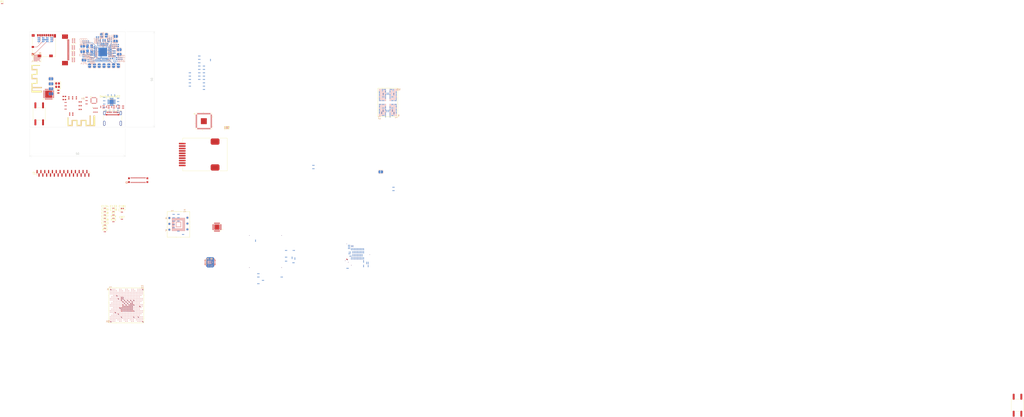
<source format=kicad_pcb>
(kicad_pcb (version 20241229) (generator "pcbnew") (generator_version "9.0")
  (layers (0 "F.Cu" signal "F_SIG.Cu") (4 "In1.Cu" power "In1_GND.Cu") (6 "In2.Cu" signal "In2_SIG.Cu") (8 "In3.Cu" power "In3_GND.Cu") (10 "In4.Cu" power "In4_PWR.Cu") (12 "In5.Cu" signal "In5_SIG.Cu") (14 "In6.Cu" power "In6_GND.Cu") (2 "B.Cu" signal "B_SIG.Cu") (13 "F.Paste" user) (15 "B.Paste" user) (5 "F.SilkS" user "F.Silkscreen") (7 "B.SilkS" user "B.Silkscreen") (1 "F.Mask" user) (3 "B.Mask" user) (25 "Edge.Cuts" user))
  (net 0 "")
  (net 1 "Net-(AE1-A)")
  (net 2 "+2V5")
  (net 3 "+1V2")
  (net 4 "GND")
  (net 5 "+3V3")
  (net 6 "+1V8")
  (net 7 "Net-(U4-REGOUT)")
  (net 8 "VSS2")
  (net 9 "/LPDDR4/VDDI_LPDDR_1V8")
  (net 10 "/LPDDR4/VDD_DDR_1V1")
  (net 11 "/LPDDR4/VDDQ")
  (net 12 "Net-(C65-+)")
  (net 13 "VSS")
  (net 14 "/MPU/VBAT_3V6")
  (net 15 "/eMMC/VCCQ")
  (net 16 "Net-(C76--)")
  (net 17 "Net-(C77--)")
  (net 18 "Net-(C78-+)")
  (net 19 "/MPU/VDDCORE_0V82")
  (net 20 "Net-(C87--)")
  (net 21 "/MPU/VDDA18AON_1V8")
  (net 22 "Net-(C88-+)")
  (net 23 "/MPU/VDDCPU_0V8")
  (net 24 "/MPU/VDDGPU_0V8")
  (net 25 "Net-(U8D-OSC32_OUT)")
  (net 26 "Net-(U8D-OSC32_IN)")
  (net 27 "Net-(U8D-OSC_OUT)")
  (net 28 "Net-(U8D-OSC_IN)")
  (net 29 "/MPU/RSTN")
  (net 30 "/MPU/VDDIO_SDCARD_3V3{slash}1V8")
  (net 31 "/MPU/VDD_USB_3V3")
  (net 32 "/MPU_POWER/VDD_SDCARD_3V3")
  (net 33 "GNDP")
  (net 34 "Net-(U11-PONKEYN)")
  (net 35 "/MPU_POWER/VBUS")
  (net 36 "/MPU_POWER/VIN")
  (net 37 "/MPU_POWER/I2C7.SCL")
  (net 38 "Net-(JP11-B)")
  (net 39 "Net-(JP12-B)")
  (net 40 "Net-(JP13-B)")
  (net 41 "Net-(JP15-B)")
  (net 42 "/MPU_POWER/I2C7.SDA")
  (net 43 "Net-(JP16-B)")
  (net 44 "Net-(JP18-B)")
  (net 45 "Net-(JP19-B)")
  (net 46 "Net-(JP20-B)")
  (net 47 "Net-(JP21-B)")
  (net 48 "Net-(JP22-B)")
  (net 49 "Net-(JP23-B)")
  (net 50 "Net-(JP24-B)")
  (net 51 "Net-(U11-INTLDO)")
  (net 52 "Net-(JP25-B)")
  (net 53 "Net-(JP26-A)")
  (net 54 "/eMMC/VSSQ")
  (net 55 "/eMMC/VCC")
  (net 56 "/eMMC/VSS")
  (net 57 "/SD Card Connector/VDD_SD_CARD")
  (net 58 "Net-(U13B-VDDIM)")
  (net 59 "/USB-C Port/VIN")
  (net 60 "/USB-C Port/VBUS_DIV")
  (net 61 "Net-(IC1-CBIAS)")
  (net 62 "Net-(C157-Pad1)")
  (net 63 "Net-(U14-Tx_Con_2+)")
  (net 64 "Net-(U14-Tx_Con_2-)")
  (net 65 "Net-(U14-Tx_Con_1+)")
  (net 66 "Net-(U14-Tx_Con_1-)")
  (net 68 "Net-(D5-K)")
  (net 69 "Net-(IC1-CC1C)")
  (net 70 "Net-(IC1-CC2C)")
  (net 71 "/MPU_POWER/PWRCTRL2_PWR_CPU_ON")
  (net 72 "/MPU_POWER/RSTN_NRSTCIMS")
  (net 73 "/MPU_POWER/WAKEUPN_PMIC_WAKEUPn")
  (net 74 "/MPU_POWER/PWRCTRL1_PWR_ON")
  (net 75 "Net-(IC1-GATE)")
  (net 76 "Net-(IC1-SRC)")
  (net 78 "Net-(IC1-ISENSE)")
  (net 79 "Net-(IC1-SCL)")
  (net 80 "/MPU/UCPD1_CC1")
  (net 81 "/USB-C Port/FLGN")
  (net 82 "/MPU/UCPD1_CC2")
  (net 83 "/USB-C Port/TCPP_EN")
  (net 84 "Net-(IC1-SDA)")
  (net 95 "Net-(J4-TX2+)")
  (net 96 "Net-(J4-RX1+)")
  (net 100 "Net-(J4-RX1-)")
  (net 101 "Net-(U17-D+_out)")
  (net 103 "Net-(J4-RX2-)")
  (net 104 "Net-(J4-TX1+)")
  (net 107 "Net-(J4-TX1-)")
  (net 109 "Net-(J4-RX2+)")
  (net 110 "Net-(J4-TX2-)")
  (net 111 "/MPU/SDMMC1_CK")
  (net 112 "/SD Card Connector/SDMMC1_DETB")
  (net 113 "/MPU_POWER/VDD_SDCARD")
  (net 114 "/MPU/SDMMC1_D0")
  (net 115 "/SD Card Connector/SDMMC1_DETA")
  (net 116 "/MPU/SDMMC1_D1")
  (net 117 "/MPU/SDMMC1_D3")
  (net 118 "/MPU/SDMMC1_CMD")
  (net 119 "/MPU/SDMMC1_D2")
  (net 120 "/CSI Connector/DVDD_CAM")
  (net 121 "/CSI Connector/XSHUTDN_CAM")
  (net 122 "/CSI Connector/XVCLK_CAM")
  (net 123 "/CSI Connector/SCL_CAM")
  (net 124 "/CSI Connector/CSI_CKP")
  (net 125 "/CSI Connector/PWDNB_CAM")
  (net 126 "/CSI Connector/XSHUTDN2_CAM")
  (net 127 "/CSI Connector/D0VDD_CAM")
  (net 128 "MDP1_CAM")
  (net 129 "/CSI Connector/FSIN_CAM")
  (net 130 "/CSI Connector/AGND_CAM")
  (net 131 "/CSI Connector/AVDD_CAM")
  (net 132 "MDN0_CAM")
  (net 133 "MDN1_CAM")
  (net 134 "/CSI Connector/STROBE_CAM")
  (net 135 "/CSI Connector/CSI_CKN")
  (net 136 "/CSI Connector/GPIO_CAM")
  (net 137 "/CSI Connector/SID_CAM")
  (net 138 "/CSI Connector/SDA_CAM")
  (net 139 "MDP0_CAM")
  (net 140 "Net-(J10-Pin_14)")
  (net 141 "Net-(J10-Pin_11)")
  (net 142 "Net-(J10-Pin_15)")
  (net 143 "Net-(J10-Pin_8)")
  (net 144 "/DSI Connector/SDA_DSI")
  (net 145 "Net-(J10-Pin_17)")
  (net 146 "/DSI Connector/SCL_DSI")
  (net 147 "Net-(J10-Pin_9)")
  (net 148 "Net-(J10-Pin_12)")
  (net 149 "Net-(J10-Pin_18)")
  (net 150 "/DSI Connector/VDD_DSI")
  (net 151 "Net-(JP7-C)")
  (net 152 "Net-(JP9-C)")
  (net 153 "Net-(JP10-C)")
  (net 154 "/MPU_POWER/VDD_AUX")
  (net 155 "/MPU_POWER/VDD_DDR4_VPP")
  (net 156 "/MPU_POWER/INTN_MP257_WAKEUP")
  (net 157 "/MPU_POWER/VREF_DDR")
  (net 158 "Net-(U11-VLX1)")
  (net 159 "Net-(U11-VLX2)")
  (net 160 "Net-(U11-VLX3)")
  (net 161 "Net-(U11-VLX4)")
  (net 162 "Net-(U11-VLX5)")
  (net 163 "Net-(U11-VLX6)")
  (net 164 "Net-(U11-VLX7)")
  (net 165 "Net-(U17-D-_out)")
  (net 166 "/LPDDR4/ZQ1")
  (net 167 "/LPDDR4/ZQ0")
  (net 168 "/LPDDR4/RESETN")
  (net 169 "Net-(JP7-B)")
  (net 170 "Net-(JP8-B)")
  (net 171 "Net-(JP10-B)")
  (net 172 "/MPU/PWR_CTRL3")
  (net 173 "/MPU/PWR_CTRL2")
  (net 174 "/MPU/SDMMC2_D0")
  (net 175 "/MPU/SDMMC2_CK")
  (net 176 "/MPU/SDMMC2_CMD")
  (net 177 "Net-(R15-+)")
  (net 178 "Net-(R16-+)")
  (net 179 "Net-(R24-+)")
  (net 180 "/MPU/SDMMC2_D1")
  (net 181 "/MPU/SDMMC2_D2")
  (net 182 "/MPU/SDMMC2_D3")
  (net 183 "/MPU/SDMMC2_D4")
  (net 184 "/MPU/SDMMC2_D5")
  (net 185 "/MPU/SDMMC2_D6")
  (net 186 "/MPU/SDMMC2_D7")
  (net 187 "/eMMC/RST_N")
  (net 188 "Net-(R34--)")
  (net 189 "Net-(R35-+)")
  (net 190 "/eMMC/DS")
  (net 191 "Net-(R39--)")
  (net 192 "Net-(R40--)")
  (net 193 "Net-(R41--)")
  (net 194 "Net-(U13B-VSF1)")
  (net 195 "Net-(U13B-VSF2)")
  (net 196 "Net-(U13B-VSF3)")
  (net 197 "Net-(U13B-VSF4)")
  (net 198 "Net-(U13B-VSF5)")
  (net 199 "Net-(U13B-VSF6)")
  (net 200 "/FPGA/FPGA_IO25_B0")
  (net 201 "/FPGA/FPGA_IO3_GBUF6_B2")
  (net 202 "/FPGA/FPGA_IO17_SPI_CSn_B1")
  (net 203 "/FPGA/FPGA_IO18_B0")
  (net 204 "/FPGA/FPGA_IORGB0_B0")
  (net 205 "/FPGA/FPGA_IO4_B2")
  (net 206 "/FPGA/FPGA_IO16_SPI_CLK_B1")
  (net 207 "/FPGA/FPGA_IORGB1_B0")
  (net 208 "/FPGA/FPGA_IO10_B2")
  (net 209 "/FPGA/FPGA_IO27_B0")
  (net 210 "/FPGA/FPGA_IO7_GBUF5_B2")
  (net 211 "/FPGA/FPGA_IO1_B2")
  (net 212 "/FPGA/FPGA_IO22_GBUF0_B0")
  (net 213 "/FPGA/FPGA_IO24_B0")
  (net 214 "/FPGA/FPGA_IO6_B2")
  (net 215 "/FPGA/FPGA_IO14_SPI_MISOs_MOSIm_B1")
  (net 216 "/FPGA/FPGA_IO15_SPI_MOSIs_MISOm_B1")
  (net 217 "/FPGA/FPGA_IO19_B0")
  (net 218 "/FPGA/FPGA_IO0_GBUF6_B2")
  (net 219 "/FPGA/FPGA_IO5_B2")
  (net 220 "/FPGA/FPGA_IO8_GBUF4_B2")
  (net 221 "/FPGA/FPGA_IOBAR_B0")
  (net 222 "/FPGA/FPGA_IO21_GBUF1_B0")
  (net 223 "/FPGA/FPGA_IOIRLED_B0")
  (net 224 "/FPGA/FPGA_IO11_CFG_PU_CDONE_B2")
  (net 225 "/FPGA/FPGA_IORGB2_B0")
  (net 226 "/FPGA/FPGA_I_RSTn")
  (net 229 "/Sensors/Motion_Tracking/SDA_IMU")
  (net 235 "/Sensors/Motion_Tracking/INT_IMU")
  (net 238 "/Sensors/Motion_Tracking/SCL_IMU")
  (net 243 "/CSI Connector/CSI_D0N")
  (net 244 "/CSI Connector/CSI_D1P")
  (net 245 "/CSI Connector/CSI_D0P")
  (net 246 "/CSI Connector/CSI_D1N")
  (net 247 "Net-(U6-VDD3P3-Pad2)")
  (net 249 "Net-(U6-VDDA-Pad31)")
  (net 278 "/LPDDR4/DA6")
  (net 279 "/LPDDR4/DA11")
  (net 282 "/LPDDR4/DQ2")
  (net 283 "/LPDDR4/DA8")
  (net 284 "/LPDDR4/DQ29")
  (net 286 "/LPDDR4/DQS2N")
  (net 287 "/LPDDR4/DQ15")
  (net 288 "/LPDDR4/DQS1P")
  (net 289 "/LPDDR4/DA20")
  (net 290 "/LPDDR4/DQ22")
  (net 291 "/LPDDR4/DQ10")
  (net 292 "/LPDDR4/DQ13")
  (net 293 "/LPDDR4/DA22")
  (net 294 "/LPDDR4/DQ16")
  (net 296 "/LPDDR4/DQ24")
  (net 297 "/LPDDR4/DQ18")
  (net 298 "/LPDDR4/DA15")
  (net 299 "/LPDDR4/DQ20")
  (net 300 "/LPDDR4/DQ3")
  (net 301 "/LPDDR4/DA4")
  (net 304 "/LPDDR4/DQ31")
  (net 305 "/LPDDR4/DQM0")
  (net 306 "/LPDDR4/DQ25")
  (net 307 "/LPDDR4/DQ21")
  (net 308 "/LPDDR4/DQ6")
  (net 311 "/LPDDR4/DA9")
  (net 312 "/LPDDR4/DQ0")
  (net 313 "/LPDDR4/DQM2")
  (net 314 "/LPDDR4/DQ17")
  (net 315 "/LPDDR4/DA21")
  (net 317 "/LPDDR4/DQ11")
  (net 318 "/LPDDR4/DA10")
  (net 319 "/LPDDR4/DQS0P")
  (net 320 "/LPDDR4/DQS3N")
  (net 321 "/LPDDR4/DA16")
  (net 322 "/LPDDR4/DQ19")
  (net 323 "/LPDDR4/DQS2P")
  (net 325 "/LPDDR4/DA14")
  (net 326 "/LPDDR4/DA12")
  (net 327 "/LPDDR4/DQ23")
  (net 329 "/LPDDR4/DQ30")
  (net 330 "/LPDDR4/DQS0N")
  (net 331 "/LPDDR4/DQS1N")
  (net 332 "/LPDDR4/DQ8")
  (net 333 "/LPDDR4/DA5")
  (net 334 "/LPDDR4/DQS3P")
  (net 336 "/LPDDR4/DQ14")
  (net 339 "/LPDDR4/DQ5")
  (net 340 "/LPDDR4/DQ27")
  (net 341 "/LPDDR4/DQM3")
  (net 343 "/LPDDR4/DQ7")
  (net 344 "/LPDDR4/DA2")
  (net 348 "/LPDDR4/DA18")
  (net 349 "/LPDDR4/DQ9")
  (net 350 "/LPDDR4/DA0")
  (net 351 "/LPDDR4/DA23")
  (net 352 "/LPDDR4/DQ4")
  (net 353 "/LPDDR4/DA3")
  (net 354 "/LPDDR4/DA17")
  (net 355 "/LPDDR4/DQ12")
  (net 358 "/LPDDR4/DQ28")
  (net 359 "/LPDDR4/DQM1")
  (net 360 "/LPDDR4/DQ26")
  (net 361 "/LPDDR4/DQ1")
  (net 362 "/MPU/LVDS2_D4N")
  (net 365 "/MPU/PCIE_CLKOUTN")
  (net 368 "/MPU/PCIE_CLKOUTP")
  (net 369 "/MPU/LVDS2_D0N")
  (net 371 "/MPU/LVDS2_D2P")
  (net 374 "/MPU/COMBOPHY_RX1P")
  (net 386 "/DSI Connector/DSI_D1P")
  (net 397 "/MPU/LVDS1_D0P")
  (net 398 "/MPU/LVDS1_D4P")
  (net 399 "/MPU/PCIE_CLKINN")
  (net 404 "/DSI Connector/DSI_D0N")
  (net 411 "/MPU/LVDS2_D1N")
  (net 417 "/MPU/JTCK_SWCLK")
  (net 424 "/MPU/LVDS1_D3N")
  (net 425 "/MPU/JTDI")
  (net 429 "/DSI Connector/DSI_D3P")
  (net 432 "/DSI Connector/DSI_D2P")
  (net 437 "/MPU/USBH_HS_TXRTUNE")
  (net 438 "/MPU/JTMS_SWDIO")
  (net 442 "/DSI Connector/DSI_D1N")
  (net 448 "/MPU/USBH_HS_DP")
  (net 449 "/MPU/LNA_sens1+")
  (net 461 "/MPU/LNA_sens2-")
  (net 470 "/MPU/LVDS1_D1N")
  (net 478 "/MPU/USB3DR_DM")
  (net 479 "/MPU/PWR_CTRL1")
  (net 482 "/MPU/LVDS2_D3P")
  (net 484 "/MPU/LVDS2_D0P")
  (net 492 "/MPU/COMBOPHY_RX1N")
  (net 493 "/MPU/LVDS1_D1P")
  (net 503 "unconnected-(U8B-PZ4-PadR5)")
  (net 511 "/MPU/JTDO-TRACESWO")
  (net 512 "/MPU/LVDS1_D3P")
  (net 523 "/DSI Connector/DSI_CKP")
  (net 528 "/MPU/LVDS2_D2N")
  (net 530 "/MPU/USB3DR_DP")
  (net 531 "/MPU/LVDS2_D1P")
  (net 533 "/MPU/LVDS2_D3N")
  (net 534 "/MPU/LVDS1_D4N")
  (net 535 "/MPU/LVDS1_D0N")
  (net 538 "/DSI Connector/DSI_D3N")
  (net 540 "/DSI Connector/DSI_D2N")
  (net 549 "/MPU/LVDS1_D2N")
  (net 554 "/MPU/NJTRST")
  (net 558 "/DSI Connector/DSI_CKN")
  (net 559 "/MPU/COMBOPHY_TX1P")
  (net 560 "/MPU/PWR_LP")
  (net 562 "/MPU/LVDS2_D4P")
  (net 564 "/MPU/PCIE_CLKINP")
  (net 575 "/MPU/USBH_HS_DM")
  (net 576 "/DSI Connector/DSI_D0P")
  (net 581 "/MPU/COMBOPHY_TX1N")
  (net 582 "/MPU/LVDS1_D2P")
  (net 698 "Rx_Con_1-")
  (net 700 "Net-(U14-Rx_Con_2+)")
  (net 702 "/USB-C Port/SEL_TUSB")
  (net 703 "Rx_Con_1+")
  (net 704 "/USB-C Port/VDD18")
  (net 706 "Net-(U14-Rx_Con_2-)")
  (net 771 "Net-(U19-D-_out)")
  (net 772 "Net-(U19-D+_out)")
  (net 773 "Net-(U21-D-_in)")
  (net 774 "Net-(U21-D+_in)")
  (net 775 "/USB-C Port/VBUS")
  (net 789 "Net-(Q3-D)")
  (net 791 "/FPGA/+1V2_PLL")
  (net 793 "/MPU_POWER/VDD_AUX_i")
  (net 794 "/MPU/VDDIO_3V3")
  (net 795 "/MPU_POWER/VDDIO_3V3_i")
  (net 798 "Net-(Y2-VCC)")
  (net 799 "Net-(Y2-OUT)")
  (net 800 "Net-(U26-XTA)")
  (net 801 "Net-(U26-DCC_FB)")
  (net 802 "Net-(U26-VBAT_IO)")
  (net 803 "Net-(U26-VR_PA)")
  (net 821 "Net-(J10-Pin_20)")
  (net 822 "Net-(J10-Pin_21)")
  (net 823 "Net-(U26-DCC_SW)")
  (net 824 "Net-(JP9-B)")
  (footprint "drone:BGA_090WG_STM" (layer "F.Cu") (at 18.9998 28.79995)
    (property "Reference" "U28" (hide yes))
    (property "Value" "STA8090WG")
  )
  (footprint "drone:TFBGA436_STM" (layer "F.Cu") (at 65.65 158.15)
    (property "Reference" "U8" (hide yes))
    (property "Value" "STM32MP255DAI3_func")
  )
  (footprint "Connector_USB:USB_C_Receptacle_Molex_105450-0101" (layer "F.Cu") (at 58.4 60.4)
    (property "Reference" "J4" (hide yes))
    (property "Value" "USB_C_Receptacle_molex")
  )
  (footprint "Capacitor_SMD:C_0402_1005Metric" (layer "F.Cu") (at 41.501 51.7652 180)
    (property "Reference" "C218" (hide yes))
    (property "Value" "10n")
  )
  (footprint "Package_DFN_QFN:UDFN-10_1.35x2.6mm_P0.5mm" (layer "F.Cu") (at 37.975 26.525)
    (property "Reference" "U23" (hide yes))
    (property "Value" "ECMF04-4HSWM10")
  )
  (footprint "Button_Switch_SMD:SW_Push_1P1T_NO_CK_KSC6xxG" (layer "F.Cu") (at 20.104001 58.017191 -90)
    (property "Reference" "SW1" (hide yes))
    (property "Value" "SW_Push")
  )
  (footprint "Capacitor_SMD:C_0201_0603Metric" (layer "F.Cu") (at 55.2049 54.371458 90)
    (property "Reference" "C205" (hide yes))
    (property "Value" "100n")
  )
  (footprint "Capacitor_SMD:C_0402_1005Metric" (layer "F.Cu") (at 41.501 55.7052 180)
    (property "Reference" "C216" (hide yes))
    (property "Value" "100n")
  )
  (footprint "drone:ECMF240A100N6" (layer "F.Cu") (at 61.832929 54.371458)
    (property "Reference" "U20" (hide yes))
    (property "Value" "ECMF2-40A100N6" (hide yes))
  )
  (footprint "drone:ECMF240A100N6" (layer "F.Cu") (at 53.732929 54.371458)
    (property "Reference" "U17" (hide yes))
    (property "Value" "ECMF2-40A100N6" (hide yes))
  )
  (footprint "Capacitor_SMD:C_0201_0603Metric" (layer "F.Cu") (at 54.405 114.43)
    (property "Reference" "C158")
    (property "Value" "100n")
  )
  (footprint "Capacitor_SMD:C_0201_0603Metric" (layer "F.Cu") (at 58.855 107.43)
    (property "Reference" "C133")
    (property "Value" "4.7U")
  )
  (footprint "Capacitor_SMD:C_0402_1005Metric" (layer "F.Cu") (at 35.5824 49.6798 -90)
    (property "Reference" "C222" (hide yes))
    (property "Value" "100n")
  )
  (footprint "Capacitor_SMD:C_0201_0603Metric" (layer "F.Cu") (at 44.845801 52.832)
    (property "Reference" "C12" (hide yes))
    (property "Value" "C")
  )
  (footprint "Capacitor_SMD:C_0201_0603Metric" (layer "F.Cu") (at 63.305 109.4)
    (property "Reference" "C177")
    (property "Value" "100n")
  )
  (footprint "Connector_RJ:RJ45_Pulse_JXD6-0001NL_Horizontal" (layer "F.Cu") (at 106.689 79.285)
    (property "Reference" "J1" (hide yes))
    (property "Value" "RJ45_Pulse_JXD6-0001NL")
  )
  (footprint "Capacitor_SMD:C_0201_0603Metric" (layer "F.Cu") (at 54.405 107.43)
    (property "Reference" "C134")
    (property "Value" "100n")
  )
  (footprint "Inductor_SMD:L_0201_0603Metric" (layer "F.Cu") (at 33.909 55.5472 180)
    (property "Reference" "L14" (hide yes))
    (property "Value" "15u")
  )
  (footprint "drone:RWQ0018A" (layer "F.Cu") (at 58.026784 51.748573)
    (property "Reference" "U14" (hide yes))
    (property "Value" "TUSB542RWQR")
  )
  (footprint "Capacitor_SMD:C_0201_0603Metric" (layer "F.Cu") (at 44.845801 51.082)
    (property "Reference" "C11" (hide yes))
    (property "Value" "C")
  )
  (footprint "Package_DFN_QFN:UDFN-10_1.35x2.6mm_P0.5mm" (layer "F.Cu") (at 37.964422 23.308075)
    (property "Reference" "U22" (hide yes))
    (property "Value" "ECMF04-4HSWM10")
  )
  (footprint "Capacitor_SMD:C_0402_1005Metric" (layer "F.Cu") (at 37.5524 49.6798 -90)
    (property "Reference" "C221" (hide yes))
    (property "Value" "470n")
  )
  (footprint "Resistor_SMD:R_0201_0603Metric" (layer "F.Cu") (at 33.909 52.0472 180)
    (property "Reference" "R51" (hide yes))
    (property "Value" "R")
  )
  (footprint "Capacitor_SMD:C_0201_0603Metric" (layer "F.Cu") (at 60.503236 54.026458 90)
    (property "Reference" "C204" (hide yes))
    (property "Value" "100n")
  )
  (footprint "Package_DFN_QFN:UDFN-10_1.35x2.6mm_P0.5mm" (layer "F.Cu") (at 38.044504 19.781459 180)
    (property "Reference" "U5" (hide yes))
    (property "Value" "ECMF04-4HSWM10")
  )
  (footprint "Capacitor_SMD:C_0402_1005Metric" (layer "F.Cu") (at 41.501 53.7352 180)
    (property "Reference" "C217" (hide yes))
    (property "Value" "1n")
  )
  (footprint "drone:CONN40_AXE540_PAN" (layer "F.Cu") (at 71.799525 92.7 180)
    (property "Reference" "J8" (hide yes))
    (property "Value" "CONN40_AXE540_PAN")
  )
  (footprint "Capacitor_SMD:C_0201_0603Metric" (layer "F.Cu") (at 58.855 109.18)
    (property "Reference" "C138")
    (property "Value" "100n")
  )
  (footprint "Package_DFN_QFN:QFN-32-1EP_5x5mm_P0.5mm_EP3.7x3.7mm" (layer "F.Cu") (at 25.05 47.75 90)
    (property "Reference" "U6" (hide yes))
    (property "Value" "ESP32-C3")
  )
  (footprint "Resistor_SMD:R_0201_0603Metric" (layer "F.Cu") (at 58.855 112.68)
    (property "Reference" "R19")
    (property "Value" "47K")
  )
  (footprint "Connector_FFC-FPC:TE_2-1734839-2_1x22-1MP_P0.5mm_Horizontal" (layer "F.Cu") (at 33.925 24.55 -90)
    (property "Reference" "J10" (hide yes))
    (property "Value" "Conn_01x22")
  )
  (footprint "drone:XCVR_SX1281IMLTRT" (layer "F.Cu") (at 112.95 117.25 180)
    (property "Reference" "U26" (hide yes))
    (property "Value" "SX1281IMLTRT")
  )
  (footprint "Resistor_SMD:R_0201_0603Metric" (layer "F.Cu") (at 58.855 110.93)
    (property "Reference" "R2")
    (property "Value" "10k")
  )
  (footprint "Capacitor_SMD:C_0201_0603Metric" (layer "F.Cu") (at 44.845801 49.332)
    (property "Reference" "C10" (hide yes))
    (property "Value" "C")
  )
  (footprint "Resistor_SMD:R_0201_0603Metric" (layer "F.Cu") (at 0.725 0.375)
    (property "Reference" "R1")
    (property "Value" "R")
  )
  (footprint "Connector_Card:microSD_HC_Molex_104031-0811" (layer "F.Cu") (at 22.525295 22.32931)
    (property "Reference" "J5" (hide yes))
    (property "Value" "Molex_104031-0811")
  )
  (footprint "Package_DFN_QFN:UDFN-10_1.35x2.6mm_P0.5mm" (layer "F.Cu") (at 37.975 29.775)
    (property "Reference" "U24" (hide yes))
    (property "Value" "ECMF04-4HSWM10")
  )
  (footprint "Resistor_SMD:R_0201_0603Metric" (layer "F.Cu") (at 33.909 53.7972 180)
    (property "Reference" "R50" (hide yes))
    (property "Value" "0R")
  )
  (footprint "PCM_Crystal_AKL:Crystal_SMD_2520-4Pin_2.5x2.0mm" (layer "F.Cu") (at 29.7 43 90)
    (property "Reference" "X1" (hide yes))
    (property "Value" "SMD2520-4" (hide yes))
  )
  (footprint "Capacitor_SMD:C_0402_1005Metric" (layer "F.Cu") (at 36.0172 58.1178 -90)
    (property "Reference" "C219" (hide yes))
    (property "Value" "100n")
  )
  (footprint "drone:HSP0514M10" (layer "F.Cu") (at 118.0932 65.249)
    (property "Reference" "IC2")
    (property "Value" "HSP051-4M10" (hide yes))
  )
  (footprint "Resistor_SMD:R_0201_0603Metric" (layer "F.Cu") (at 54.405 119.68)
    (property "Reference" "R22")
    (property "Value" "47k")
  )
  (footprint "Capacitor_SMD:C_0201_0603Metric" (layer "F.Cu") (at 57.935165 54.371458 90)
    (property "Reference" "C206" (hide yes))
    (property "Value" "100n")
  )
  (footprint "drone:ECMF240A100N6" (layer "F.Cu") (at 63.9 54.475)
    (property "Reference" "U21" (hide yes))
    (property "Value" "ECMF2-40A100N6" (hide yes))
  )
  (footprint "Capacitor_SMD:C_0201_0603Metric" (layer "F.Cu") (at 54.405 112.68)
    (property "Reference" "C157")
    (property "Value" "2.2u")
  )
  (footprint "Capacitor_SMD:C_0201_0603Metric" (layer "F.Cu") (at 63.305 113.15)
    (property "Reference" "C87")
    (property "Value" "C")
  )
  (footprint "Package_LGA:Bosch_LGA-8_2.5x2.5mm_P0.65mm_ClockwisePinNumbering" (layer "F.Cu") (at 49.4694 56.0922)
    (property "Reference" "U15" (hide yes))
    (property "Value" "BME280")
  )
  (footprint "Package_TO_SOT_SMD:SOT-1123" (layer "F.Cu") (at 42.93 50 180)
    (property "Reference" "Q3" (hide yes))
    (property "Value" "NMOS")
  )
  (footprint "drone:ECMF240A100N6" (layer "F.Cu") (at 59.132929 54.371458)
    (property "Reference" "U19" (hide yes))
    (property "Value" "ECMF2-40A100N6" (hide yes))
  )
  (footprint "Crystal:Crystal_SMD_2012-2Pin_2.0x1.2mm" (layer "F.Cu") (at 30.1064 46.4148 -90)
    (property "Reference" "XTAL1" (hide yes))
    (property "Value" "32.768 KHz")
  )
  (footprint "drone:2.4 GHz MIFA" (layer "F.Cu") (at 22.228301 40.125632 90)
    (property "Reference" "AE1" (hide yes))
    (property "Value" "Antenna_Shield")
  )
  (footprint "Capacitor_SMD:C_0201_0603Metric" (layer "F.Cu") (at 54.405 116.18)
    (property "Reference" "C163")
    (property "Value" "100n")
  )
  (footprint "drone:2.4 GHz MIFA" (layer "F.Cu") (at 42.569605 58.188936 180)
    (property "Reference" "AE2" (hide yes))
    (property "Value" "Antenna_Shield")
  )
  (footprint "drone:BGA153_MTFC32_MRN" (layer "F.Cu") (at 92.849181 115.849559)
    (property "Reference" "U13" (hide yes))
    (property "Value" "MTFC32GAZAQHD-WT_func")
  )
  (footprint "drone:OSC_TG2016SMN_52.0000M-ECGNNM3" (layer "F.Cu") (at 33.2367 49.7332 180)
    (property "Reference" "Y2" (hide yes))
    (property "Value" "TG2016SMN_52.0000M-ECGNNM3")
  )
  (footprint "Connector_PinHeader_1.00mm:PinHeader_1x28_P1.00mm_Vertical_SMD_Pin1Right" (layer "F.Cu") (at 32.5 89.125 90)
    (property "Reference" "J2")
    (property "Value" "Conn_01x28_Socket")
  )
  (footprint "Resistor_SMD:R_0201_0603Metric" (layer "F.Cu") (at 54.405 117.93)
    (property "Reference" "R21")
    (property "Value" "47k")
  )
  (footprint "Capacitor_SMD:C_0201_0603Metric" (layer "F.Cu") (at 54.405 109.18)
    (property "Reference" "C139")
    (property "Value" "2.2u")
  )
  (footprint "drone:QFN_56P_MTG" (layer "F.Cu") (at 106.1011 61.838401)
    (property "Reference" "U16" (hide yes))
    (property "Value" "88E1512-A0-NNP2C000")
  )
  (footprint "Button_Switch_SMD:SW_Push_1P1T_NO_CK_KSC6xxG" (layer "F.Cu") (at 531.1 210.4 90)
    (property "Reference" "SW2" (hide yes))
    (property "Value" "SW_Push")
  )
  (footprint "Resistor_SMD:R_0201_0603Metric" (layer "F.Cu") (at 58.855 114.43)
    (property "Reference" "R20")
    (property "Value" "47K")
  )
  (footprint "Capacitor_SMD:C_0201_0603Metric" (layer "F.Cu") (at 52.246777 54.377368 90)
    (property "Reference" "C203" (hide yes))
    (property "Value" "100n")
  )
  (footprint "drone:VFBGA200_10X14.5X1.1FW_MRN" (layer "F.Cu") (at 202.199999 52.069999 180)
    (property "Reference" "U7" (hide yes))
    (property "Value" "MT53E1G32D2FW-046 IT:B")
  )
  (footprint "Capacitor_SMD:C_0402_1005Metric" (layer "F.Cu") (at 39.5224 49.6798 -90)
    (property "Reference" "C220" (hide yes))
    (property "Value" "10n")
  )
  (footprint "Capacitor_SMD:C_0402_1005Metric" (layer "F.Cu") (at 63.515 107.54)
    (property "Reference" "C181")
    (property "Value" "10u")
  )
  (footprint "Capacitor_SMD:C_0201_0603Metric" (layer "F.Cu") (at 54.405 110.93)
    (property "Reference" "C148")
    (property "Value" "2.2u")
  )
  (footprint "drone:ucfBGA36_iCE40Ultra_LAT" (layer "F.Cu") (at 109.049445 135.642945)
    (property "Reference" "U3" (hide yes))
    (property "Value" "ICE40UL1K-CM36AI")
  )
  (footprint "drone:ECMF240A100N6" (layer "F.Cu") (at 56.432929 54.371458)
    (property "Reference" "U18" (hide yes))
    (property "Value" "ECMF2-40A100N6" (hide yes))
  )
  (footprint "Sensor_Motion:InvenSense_QFN-24_3x3mm_P0.4mm" (layer "F.Cu") (at 48.645801 51.032)
    (property "Reference" "U4" (hide yes))
    (property "Value" "ICM-20948")
  )
  (footprint "Inductor_SMD:L_0402_1005Metric" (layer "F.Cu") (at 37.6404 58.1406 -90)
    (property "Reference" "FB2" (hide yes))
    (property "Value" "40R @100MHz")
  )
  (footprint "Capacitor_SMD:C_0201_0603Metric" (layer "B.Cu") (at 197.793079 57.310375 -90)
    (property "Reference" "C59" (hide yes))
    (property "Value" "C")
  )
  (footprint "Capacitor_SMD:C_0201_0603Metric" (layer "B.Cu") (at 187.150001 130.405 -90)
    (property "Reference" "C91" (hide yes))
    (property "Value" "C")
  )
  (footprint "Resistor_SMD:R_0201_0603Metric" (layer "B.Cu") (at 103.705 27.7854)
    (property "Reference" "R14" (hide yes))
    (property "Value" "47K")
  )
  (footprint "Capacitor_SMD:C_0402_1005Metric" (layer "B.Cu") (at 57.606562 26.63 90)
    (property "Reference" "C178")
    (property "Value" "10u")
  )
  (footprint "Capacitor_SMD:C_0201_0603Metric" (layer "B.Cu") (at 183.150001 128.77 90)
    (property "Reference" "C82" (hide yes))
    (property "Value" "C")
  )
  (footprint "Capacitor_SMD:C_0402_1005Metric" (layer "B.Cu") (at 44.888017 20.428089 -90)
    (property "Reference" "C144")
    (property "Value" "22u")
  )
  (footprint "Capacitor_SMD:C_0402_1005Metric" (layer "B.Cu") (at 57.402878 20.270772 180)
    (property "Reference" "C140")
    (property "Value" "22u")
  )
  (footprint "Resistor_SMD:R_0201_0603Metric" (layer "B.Cu") (at 103.705 29.5354)
    (property "Reference" "R13" (hide yes))
    (property "Value" "47K")
  )
  (footprint "Capacitor_SMD:C_0201_0603Metric" (layer "B.Cu") (at 188.750001 131.995 -90)
    (property "Reference" "C102" (hide yes))
    (property "Value" "C")
  )
  (footprint "Jumper:SolderJumper-2_P1.3mm_Open_RoundedPad1.0x1.5mm" (layer "B.Cu") (at 48.946818 32.786778 90)
    (property "Reference" "JP18" (hide yes))
    (property "Value" "SolderJumper_2_Open")
  )
  (footprint "Capacitor_SMD:C_0402_1005Metric" (layer "B.Cu") (at 62.301926 29.113105 90)
    (property "Reference" "C171")
    (property "Value" "22u")
  )
  (footprint "Capacitor_SMD:C_0201_0603Metric" (layer "B.Cu") (at 191.950001 135.995 90)
    (property "Reference" "C123" (hide yes))
    (property "Value" "C")
  )
  (footprint "Inductor_SMD:L_Murata_DFE201610P" (layer "B.Cu") (at 59.232242 24.440507 90)
    (property "Reference" "L11")
    (property "Value" "0.68u")
  )
  (footprint "Resistor_SMD:R_0201_0603Metric" (layer "B.Cu") (at 203.400298 59.341133 -90)
    (property "Reference" "R5" (hide yes))
    (property "Value" "240")
  )
  (footprint "Capacitor_SMD:C_0201_0603Metric" (layer "B.Cu") (at 54.046888 54.671206)
    (property "Reference" "C208" (hide yes))
    (property "Value" "470p")
  )
  (footprint "Capacitor_SMD:C_0201_0603Metric" (layer "B.Cu") (at 182.180001 131.2 180)
    (property "Reference" "C69" (hide yes))
    (property "Value" "C")
  )
  (footprint "Capacitor_SMD:C_0402_1005Metric" (layer "B.Cu") (at 43.98132 27.687182 90)
    (property "Reference" "C152")
    (property "Value" "22u")
  )
  (footprint "Capacitor_SMD:C_0201_0603Metric" (layer "B.Cu") (at 136.995 145.1)
    (property "Reference" "C88" (hide yes))
    (property "Value" "C")
  )
  (footprint "Capacitor_SMD:C_0201_0603Metric" (layer "B.Cu") (at 109.422046 133.798652 180)
    (property "Reference" "C4" (hide yes))
    (property "Value" "C")
  )
  (footprint "Capacitor_SMD:C_0201_0603Metric" (layer "B.Cu") (at 189.550001 128.805 90)
    (property "Reference" "C119" (hide yes))
    (property "Value" "C")
  )
  (footprint "Capacitor_SMD:C_0201_0603Metric" (layer "B.Cu") (at 204.579777 49.141573)
    (property "Reference" "C14" (hide yes))
    (property "Value" "C")
  )
  (footprint "Capacitor_SMD:C_0201_0603Metric" (layer "B.Cu") (at 203.394374 57.941386 90)
    (property "Reference" "C60" (hide yes))
    (property "Value" "C")
  )
  (footprint "Capacitor_SMD:C_0201_0603Metric" (layer "B.Cu") (at 189.550001 130.4 -90)
    (property "Reference" "C107" (hide yes))
    (property "Value" "C")
  )
  (footprint "Inductor_SMD:L_Murata_DFE201610P" (layer "B.Cu") (at 47.328696 28.031742 -90)
    (property "Reference" "L7")
    (property "Value" "2.2u")
  )
  (footprint "Resistor_SMD:R_0201_0603Metric" (layer "B.Cu") (at 106.155 34.7854)
    (property "Reference" "R40" (hide yes))
    (property "Value" "200")
  )
  (footprint "Capacitor_SMD:C_0201_0603Metric" (layer "B.Cu") (at 152.2 133.305 90)
    (property "Reference" "C129" (hide yes))
    (property "Value" "C")
  )
  (footprint "Capacitor_SMD:C_0201_0603Metric" (layer "B.Cu") (at 153.095 129.45)
    (property "Reference" "C118" (hide yes))
    (property "Value" "C")
  )
  (footprint "Capacitor_SMD:C_0201_0603Metric" (layer "B.Cu") (at 54.840348 30.413839 90)
    (property "Reference" "C185" (hide yes))
    (property "Value" "4.7u")
  )
  (footprint "Capacitor_SMD:C_0201_0603Metric" (layer "B.Cu") (at 185.550001 128.795 -90)
    (property "Reference" "C92" (hide yes))
    (property "Value" "C")
  )
  (footprint "Resistor_SMD:R_0201_0603Metric" (layer "B.Cu") (at 106.155 45.2854)
    (property "Reference" "R15" (hide yes))
    (property "Value" "22")
  )
  (footprint "Capacitor_SMD:C_0201_0603Metric" (layer "B.Cu") (at 201 49.519488 90)
    (property "Reference" "C24" (hide yes))
    (property "Value" "C")
  )
  (footprint "Capacitor_SMD:C_0201_0603Metric" (layer "B.Cu") (at 185.550001 133.6 -90)
    (property "Reference" "C72" (hide yes))
    (property "Value" "C")
  )
  (footprint "Capacitor_SMD:C_0201_0603Metric" (layer "B.Cu") (at 184.750001 132.005 90)
    (property "Reference" "C96" (hide yes))
    (property "Value" "C")
  )
  (footprint "Inductor_SMD:L_Murata_DFE201610P" (layer "B.Cu") (at 59.232242 26.945507 -90)
    (property "Reference" "L12")
    (property "Value" "0.68u")
  )
  (footprint "Capacitor_SMD:C_0201_0603Metric" (layer "B.Cu") (at 187.150001 131.995 -90)
    (property "Reference" "C97" (hide yes))
    (property "Value" "C")
  )
  (footprint "Jumper:SolderJumper-2_P1.3mm_Open_RoundedPad1.0x1.5mm" (layer "B.Cu") (at 26.304 44.9092 180)
    (property "Reference" "JP9" (hide yes))
    (property "Value" "BOOT2")
  )
  (footprint "Capacitor_SMD:C_0201_0603Metric" (layer "B.Cu") (at 185.550001 131.995 -90)
    (property "Reference" "C100" (hide yes))
    (property "Value" "C")
  )
  (footprint "Capacitor_SMD:C_0201_0603Metric" (layer "B.Cu") (at 199.75 56.374084 90)
    (property "Reference" "C62" (hide yes))
    (property "Value" "C")
  )
  (footprint "Capacitor_SMD:C_0201_0603Metric" (layer "B.Cu") (at 185.550001 130.4 -90)
    (property "Reference" "C84" (hide yes))
    (property "Value" "C")
  )
  (footprint "Capacitor_SMD:C_0201_0603Metric" (layer "B.Cu") (at 206.196789 53.045876 180)
    (property "Reference" "C35" (hide yes))
    (property "Value" "C")
  )
  (footprint "Inductor_SMD:L_1008_2520Metric" (layer "B.Cu") (at 46.402068 22.698868 180)
    (property "Reference" "L5")
    (property "Value" "0.68u")
  )
  (footprint "Capacitor_SMD:C_0201_0603Metric" (layer "B.Cu") (at 205.15 96.4)
    (property "Reference" "C66" (hide yes))
    (property "Value" "C")
  )
  (footprint "Package_TO_SOT_SMD:SOT-23-6" (layer "B.Cu") (at 25.485295 19.22931 180)
    (property "Reference" "U10" (hide yes))
    (property "Value" "USBLC6-4SC6")
  )
  (footprint "Capacitor_SMD:C_0201_0603Metric" (layer "B.Cu") (at 181.950001 127.6 180)
    (property "Reference" "C125" (hide yes))
    (property "Value" "C")
  )
  (footprint "Capacitor_SMD:C_0201_0603Metric" (layer "B.Cu") (at 59.548639 48.433604 -90)
    (property "Reference" "C202" (hide yes))
    (property "Value" "100n")
  )
  (footprint "Resistor_SMD:R_0201_0603Metric" (layer "B.Cu") (at 92.788829 114.099559 180)
    (property "Reference" "R28" (hide yes))
    (property "Value" "47k")
  )
  (footprint "Resistor_SMD:R_0201_0603Metric" (layer "B.Cu") (at 95.238829 121.099559 180)
    (property "Reference" "R25" (hide yes))
    (property "Value" "47k")
  )
  (footprint "Capacitor_SMD:C_0201_0603Metric" (layer "B.Cu") (at 201 46.3 -90)
    (property "Reference" "C48" (hide yes))
    (property "Value" "C")
  )
  (footprint "Capacitor_SMD:C_0201_0603Metric" (layer "B.Cu") (at 204.6 56.32 -90)
    (property "Reference" "C63" (hide yes))
    (property "Value" "C")
  )
  (footprint "Capacitor_SMD:C_0201_0603Metric" (layer "B.Cu") (at 202.625 47.52 -90)
    (property "Reference" "C64" (hide yes))
    (property "Value" "C")
  )
  (footprint "Capacitor_SMD:C_0201_0603Metric" (layer "B.Cu") (at 183.950001 131.995 -90)
    (property "Reference" "C73" (hide yes))
    (property "Value" "C")
  )
  (footprint "TestPoint:TestPoint_Pad_D1.0mm" (layer "B.Cu") (at 97.514429 115.388574 -90)
    (property "Reference" "TP3" (hide yes))
    (property "Value" "VSF3")
  )
  (footprint "Capacitor_SMD:C_0402_1005Metric" (layer "B.Cu") (at 43.05632 27.692182 90)
    (property "Reference" "C153")
    (property "Value" "22u")
  )
  (footprint "Capacitor_SMD:C_0201_0603Metric" (layer "B.Cu") (at 49.056699 30.407079 90)
    (property "Reference" "C183" (hide yes))
    (property "Value" "1u")
  )
  (footprint "Capacitor_SMD:C_0201_0603Metric" (layer "B.Cu") (at 110.828034 133.798652)
    (property "Reference" "C7" (hide yes))
    (property "Value" "C")
  )
  (footprint "Capacitor_SMD:C_0201_0603Metric" (layer "B.Cu") (at 191.950001 137.6 90)
    (property "Reference" "C122" (hide yes))
    (property "Value" "C")
  )
  (footprint "Capacitor_SMD:C_0201_0603Metric" (layer "B.Cu") (at 54.140348 30.403839 90)
    (property "Reference" "C184" (hide yes))
    (property "Value" "1u")
  )
  (footprint "TestPoint:TestPoint_Pad_D1.0mm" (layer "B.Cu") (at 88.093029 118.590974 -90)
    (property "Reference" "TP6" (hide yes))
    (property "Value" "VSF6")
  )
  (footprint "Capacitor_SMD:C_0201_0603Metric" (layer "B.Cu") (at 182.350001 130.35 180)
    (property "Reference" "C68" (hide yes))
    (property "Value" "C")
  )
  (footprint "Capacitor_SMD:C_0201_0603Metric" (layer "B.Cu") (at 203.394374 54.57658 -90)
    (property "Reference" "C27" (hide yes))
    (property "Value" "C")
  )
  (footprint "Capacitor_SMD:C_0201_0603Metric" (layer "B.Cu") (at 186.359568 130.402323 90)
    (property "Reference" "C93" (hide yes))
    (property "Value" "C")
  )
  (footprint "Capacitor_SMD:C_0201_0603Metric" (layer "B.Cu") (at 197.80324 54.085228 90)
    (property "Reference" "C28" (hide yes))
    (property "Value" "C")
  )
  (footprint "Capacitor_SMD:C_0201_0603Metric" (layer "B.Cu") (at 203.392204 48.121383 90)
    (property "Reference" "C37" (hide yes))
    (property "Value" "C")
  )
  (footprint "Capacitor_SMD:C_0201_0603Metric" (layer "B.Cu") (at 57.798639 48.433604 -90)
    (property "Reference" "C201" (hide yes))
    (property "Value" "10n")
  )
  (footprint "Capacitor_SMD:C_0201_0603Metric" (layer "B.Cu") (at 184.746125 130.397055 90)
    (property "Reference" "C83" (hide yes))
    (property "Value" "C")
  )
  (footprint "Capacitor_SMD:C_0201_0603Metric" (layer "B.Cu") (at 198.2 51.1)
    (property "Reference" "C36" (hide yes))
    (property "Value" "C")
  )
  (footprint "Resistor_SMD:R_0201_0603Metric" (layer "B.Cu") (at 106.155 40.0354)
    (property "Reference" "R24" (hide yes))
    (property "Value" "22")
  )
  (footprint "Capacitor_SMD:C_0201_0603Metric" (layer "B.Cu") (at 205 45.545 90)
    (property "Reference" "C52" (hide yes))
    (property "Value" "C")
  )
  (footprint "Capacitor_SMD:C_0402_1005Metric" (layer "B.Cu") (at 57.606562 24.81 -90)
    (property "Reference" "C175")
    (property "Value" "10u")
  )
  (footprint "Resistor_SMD:R_0201_0603Metric" (layer "B.Cu") (at 50.693537 21.287325)
    (property "Reference" "R17" (hide yes))
    (property "Value" "10k")
  )
  (footprint "Capacitor_SMD:C_0201_0603Metric" (layer "B.Cu") (at 57.618537 23.087325 -90)
    (property "Reference" "C189" (hide yes))
    (property "Value" "1u")
  )
  (footprint "Capacitor_SMD:C_0201_0603Metric" (layer "B.Cu") (at 201.85 47.52 -90)
    (property "Reference" "C47" (hide yes))
    (property "Value" "C")
  )
  (footprint "Capacitor_SMD:C_0201_0603Metric" (layer "B.Cu") (at 199.8 51.1)
    (property "Reference" "C30" (hide yes))
    (property "Value" "C")
  )
  (footprint "Jumper:SolderJumper-2_P1.3mm_Open_RoundedPad1.0x1.5mm" (layer "B.Cu") (at 43.512796 29.877289)
    (property "Reference" "JP14")
    (property "Value" "SolderJumper_2_Open")
  )
  (footprint "Capacitor_SMD:C_0402_1005Metric" (layer "B.Cu") (at 50.477878 18.770772)
    (property "Reference" "C161")
    (property "Value" "22u")
  )
  (footprint "Jumper:SolderJumper-2_P1.3mm_Open_RoundedPad1.0x1.5mm" (layer "B.Cu") (at 51.446818 32.786778 90)
    (property "Reference" "JP21" (hide yes))
    (property "Value" "SolderJumper_2_Open")
  )
  (footprint "Capacitor_SMD:C_0201_0603Metric" (layer "B.Cu") (at 183.950001 130.405 -90)
    (property "Reference" "C81" (hide yes))
    (property "Value" "C")
  )
  (footprint "Capacitor_SMD:C_0402_1005Metric" (layer "B.Cu") (at 43.02824 20.437434 -90)
    (property "Reference" "C146")
    (property "Value" "22u")
  )
  (footprint "Capacitor_SMD:C_0201_0603Metric" (layer "B.Cu") (at 205.15 98.15)
    (property "Reference" "C65" (hide yes))
    (property "Value" "C")
  )
  (footprint "Capacitor_SMD:C_0201_0603Metric" (layer "B.Cu") (at 186.350001 133.605 90)
    (property "Reference" "C101" (hide yes))
    (property "Value" "C")
  )
  (footprint "Capacitor_SMD:C_0402_1005Metric" (layer "B.Cu") (at 50.487878 17.820772)
    (property "Reference" "C162")
    (property "Value" "22u")
  )
  (footprint "Capacitor_SMD:C_0402_1005Metric" (layer "B.Cu") (at 60.527412 22.237321 -90)
    (property "Reference" "C166")
    (property "Value" "22u")
  )
  (footprint "Resistor_SMD:R_0201_0603Metric" (layer "B.Cu") (at 110.291847 135.593412 -90)
    (property "Reference" "R3" (hide yes))
    (property "Value" "R")
  )
  (footprint "Capacitor_SMD:C_0201_0603Metric" (layer "B.Cu") (at 187.150001 128.805 -90)
    (property "Reference" "C89" (hide yes))
    (property "Value" "C")
  )
  (footprint "Capacitor_SMD:C_0402_1005Metric" (layer "B.Cu") (at 48.871026 25.206265 90)
    (property "Reference" "C159")
    (property "Value" "10u")
  )
  (footprint "Capacitor_SMD:C_0201_0603Metric" (layer "B.Cu") (at 197.8 50.055 90)
    (property "Reference" "C23" (hide yes))
    (property "Value" "C")
  )
  (footprint "Capacitor_SMD:C_0201_0603Metric" (layer "B.Cu") (at 110.812259 137.488146)
    (property "Reference" "C9" (hide yes))
    (property "Value" "C")
  )
  (footprint "Capacitor_SMD:C_0201_0603Metric" (layer "B.Cu") (at 49.766505 30.394963 90)
    (property "Reference" "C174" (hide yes))
    (property "Value" "4.7u")
  )
  (footprint "Capacitor_SMD:C_0201_0603Metric" (layer "B.Cu") (at 191.150001 135.995 90)
    (property "Reference" "C121" (hide yes))
    (property "Value" "C")
  )
  (footprint "Package_TO_SOT_SMD:SOT-23-6" (layer "B.Cu") (at 21.047795 19.22931)
    (property "Reference" "U9" (hide yes))
    (property "Value" "USBLC6-4SC6")
  )
  (footprint "Capacitor_SMD:C_0402_1005Metric" (layer "B.Cu") (at 57.398192 18.435544 180)
    (property "Reference" "C141")
    (property "Value" "22u")
  )
  (footprint "Resistor_SMD:R_0201_0603Metric" (layer "B.Cu") (at 109.564199 29.868199 90)
    (property "Reference" "R6" (hide yes))
    (property "Value" "10K")
  )
  (footprint "Capacitor_SMD:C_0201_0603Metric" (layer "B.Cu") (at 206.59061 46.820726 90)
    (property "Reference" "C50" (hide yes))
    (property "Value" "C")
  )
  (footprint "Resistor_SMD:R_0201_0603Metric" (layer "B.Cu") (at 103.705 38.2854)
    (property "Reference" "R8" (hide yes))
    (property "Value" "R")
  )
  (footprint "Capacitor_SMD:C_0201_0603Metric" (layer "B.Cu") (at 199.798993 58.886939 180)
    (property "Reference" "C43" (hide yes))
    (property "Value" "C")
  )
  (footprint "Resistor_SMD:R_0201_0603Metric" (layer "B.Cu") (at 90.338829 117.599559 180)
    (property "Reference" "R39" (hide yes))
    (property "Value" "22")
  )
  (footprint "Resistor_SMD:R_0201_0603Metric" (layer "B.Cu") (at 92.788829 110.599559 180)
    (property "Reference" "R26" (hide yes))
    (property "Value" "47k")
  )
  (footprint "Capacitor_SMD:C_0201_0603Metric" (layer "B.Cu") (at 203.791947 45.242736 180)
    (property "Reference" "C40" (hide yes))
    (property "Value" "C")
  )
  (footprint "Capacitor_SMD:C_0201_0603Metric" (layer "B.Cu") (at 201.725 56.525 90)
    (property "Reference" "C56" (hide yes))
    (property "Value" "C")
  )
  (footprint "Capacitor_SMD:C_0201_0603Metric" (layer "B.Cu") (at 203.394374 55.97658 -90)
    (property "Reference" "C42" (hide yes))
    (property "Value" "C")
  )
  (footprint "Capacitor_SMD:C_0402_1005Metric" (layer "B.Cu") (at 57.818537 29.112325 180)
    (property "Reference" "C135")
    (property "Value" "10u")
  )
  (footprint "Jumper:SolderJumper-2_P1.3mm_Open_RoundedPad1.0x1.5mm" (layer "B.Cu") (at 55.222878 16.970772 -90)
    (property "Reference" "JP11")
    (property "Value" "SolderJumper_2_Open")
  )
  (footprint "Resistor_SMD:R_0201_0603Metric" (layer "B.Cu") (at 92.788829 112.349559 180)
    (property "Reference" "R27" (hide yes))
    (property "Value" "47k")
  )
  (footprint "Capacitor_SMD:C_0201_0603Metric" (layer "B.Cu") (at 181.950001 128.4 180)
    (property "Reference" "C80" (hide yes))
    (property "Value" "C")
  )
  (footprint "Capacitor_SMD:C_0201_0603Metric" (layer "B.Cu") (at 110.829016 134.493398)
    (property "Reference" "C6" (hide yes))
    (property "Value" "C")
  )
  (footprint "Capacitor_SMD:C_0201_0603Metric" (layer "B.Cu") (at 204.58 55)
    (property "Reference" "C16" (hide yes))
    (property "Value" "C")
  )
  (footprint "Capacitor_SMD:C_0201_0603Metric" (layer "B.Cu") (at 189.550001 137.605 -90)
    (property "Reference" "C131" (hide yes))
    (property "Value" "C")
  )
  (footprint "Resistor_SMD:R_0201_0603Metric" (layer "B.Cu") (at 200.993122 59.273158 -90)
    (property "Reference" "R4" (hide yes))
    (property "Value" "240")
  )
  (footprint "Capacitor_SMD:C_0201_0603Metric" (layer "B.Cu") (at 200.59899 45.244575)
    (property "Reference" "C39" (hide yes))
    (property "Value" "C")
  )
  (footprint "Capacitor_SMD:C_0201_0603Metric" (layer "B.Cu") (at 184.750001 128.795 90)
    (property "Reference" "C85" (hide yes))
    (property "Value" "C")
  )
  (footprint "Jumper:SolderJumper-2_P1.3mm_Open_RoundedPad1.0x1.5mm" (layer "B.Cu") (at 26.2532 39.6768 180)
    (property "Reference" "JP7" (hide yes))
    (property "Value" "BOOT0")
  )
  (footprint "Capacitor_SMD:C_0201_0603Metric" (layer "B.Cu") (at 205.4 57.63 90)
    (property "Reference" "C61" (hide yes))
    (property "Value" "C")
  )
  (footprint "Capacitor_SMD:C_0402_1005Metric" (layer "B.Cu") (at 47.51052 30.203477 90)
    (property "Reference" "C155")
    (property "Value" "22u")
  )
  (footprint "Capacitor_SMD:C_0201_0603Metric" (layer "B.Cu") (at 98.805 40.0354)
    (property "Reference" "C112" (hide yes))
    (property "Value" "C")
  )
  (footprint "Capacitor_SMD:C_0201_0603Metric" (layer "B.Cu") (at 183.950001 133.595 -90)
    (property "Reference" "C71" (hide yes))
    (property "Value" "C")
  )
  (footprint "Capacitor_SMD:C_0201_0603Metric" (layer "B.Cu") (at 206.6 50.058747 -90)
    (property "Reference" "C32" (hide yes))
    (property "Value" "C")
  )
  (footprint "Capacitor_SMD:C_0201_0603Metric" (layer "B.Cu") (at 163.305 86.7)
    (property "Reference" "C127" (hide yes))
    (property "Value" "C")
  )
  (footprint "Resistor_SMD:R_0201_0603Metric" (layer "B.Cu") (at 92.788829 119.349559 180)
    (property "Reference" "R31" (hide yes))
    (property "Value" "47k")
  )
  (footprint "Capacitor_SMD:C_0201_0603Metric" (layer "B.Cu") (at 187.150001 133.595 -90)
    (property "Reference" "C98" (hide yes))
    (property "Value" "C")
  )
  (footprint "Inductor_SMD:L_1008_2520Metric" (layer "B.Cu") (at 46.401316 25.407186 180)
    (property "Reference" "L6")
    (property "Value" "0.68u")
  )
  (footprint "Capacitor_SMD:C_0201_0603Metric" (layer "B.Cu") (at 183.605001 127.2 180)
    (property "Reference" "C67" (hide yes))
    (property "Value" "C")
  )
  (footprint "Capacitor_SMD:C_0201_0603Metric" (layer "B.Cu") (at 201.000767 48.11683 90)
    (property "Reference" "C38" (hide yes))
    (property "Value" "C")
  )
  (footprint "Capacitor_SMD:C_0201_0603Metric" (layer "B.Cu") (at 56.240348 30.403839 90)
    (property "Reference" "C1")
    (property "Value" "1u")
  )
  (footprint "Capacitor_SMD:C_0201_0603Metric" (layer "B.Cu") (at 181.175001 138.8)
    (property "Reference" "C77" (hide yes))
    (property "Value" "C")
  )
  (footprint "Resistor_SMD:R_0201_0603Metric" (layer "B.Cu") (at 103.705 33.0354)
    (property "Reference" "R11" (hide yes))
    (property "Value" "R")
  )
  (footprint "Resistor_SMD:R_0201_0603Metric" (layer "B.Cu") (at 90.338829 112.349559 180)
    (property "Reference" "R36" (hide yes))
    (property "Value" "10k")
  )
  (footprint "Capacitor_SMD:C_0201_0603Metric" (layer "B.Cu") (at 108.022172 136.78294 180)
    (property "Reference" "C197" (hide yes))
    (property "Value" "C")
  )
  (footprint "Capacitor_SMD:C_0201_0603Metric" (layer "B.Cu") (at 98.805 43.5354)
    (property "Reference" "C110" (hide yes))
    (property "Value" "C")
  )
  (footprint "drone:QFN50P350X350X60-19N-D" (layer "B.Cu") (at 57.898639 51.733604)
    (property "Reference" "IC1" (hide yes))
    (property "Value" "TCPP02-M18" (hide yes))
  )
  (footprint "Inductor_SMD:L_Murata_DFE201610P" (layer "B.Cu") (at 55.22462 19.691549)
    (property "Reference" "L4")
    (property "Value" "0.68u")
  )
  (footprint "Capacitor_SMD:C_0201_0603Metric" (layer "B.Cu") (at 186.355354 128.80181 90)
    (property "Reference" "C90" (hide yes))
    (property "Value" "C")
  )
  (footprint "Capacitor_SMD:C_0201_0603Metric" (layer "B.Cu") (at 149.045 135.05)
    (property "Reference" "C120" (hide yes))
    (property "Value" "C")
  )
  (footprint "Capacitor_SMD:C_0201_0603Metric" (layer "B.Cu") (at 51.166505 30.389963 90)
    (property "Reference" "C136" (hide yes))
    (property "Value" "C")
  )
  (footprint "Jumper:SolderJumper-2_P1.3mm_Open_RoundedPad1.0x1.5mm" (layer "B.Cu") (at 26.2636 42.3184 180)
    (property "Reference" "JP8" (hide yes))
    (property "Value" "BOOT1")
  )
  (footprint "Capacitor_SMD:C_0201_0603Metric" (layer "B.Cu") (at 56.048639 48.433604 -90)
    (property "Reference" "C200" (hide yes))
    (property "Value" "100n")
  )
  (footprint "Capacitor_SMD:C_0201_0603Metric" (layer "B.Cu") (at 187.950001 132.005 90)
    (property "Reference" "C104" (hide yes))
    (property "Value" "C")
  )
  (footprint "Capacitor_SMD:C_0201_0603Metric" (layer "B.Cu") (at 48.356699 30.407079 90)
    (property "Reference" "C176" (hide yes))
    (property "Value" "4.7u")
  )
  (footprint "Resistor_SMD:R_0201_0603Metric" (layer "B.Cu") (at 61.292565 49.847703)
    (property "Reference" "R47" (hide yes))
    (property "Value" "R")
  )
  (footprint "Capacitor_SMD:C_0201_0603Metric" (layer "B.Cu") (at 134.545 141.6)
    (property "Reference" "C79" (hide yes))
    (property "Value" "C")
  )
  (footprint "TestPoint:TestPoint_Pad_D1.0mm" (layer "B.Cu") (at 88.093029 112.490974 -90)
    (property "Reference" "TP2" (hide yes))
    (property "Value" "VSF2")
  )
  (footprint "Jumper:SolderJumper-2_P1.3mm_Open_RoundedPad1.0x1.5mm" (layer "B.Cu") (at 26.304 47.5 180)
    (property "Reference" "JP10" (hide yes))
    (property "Value" "BOOT3")
  )
  (footprint "Resistor_SMD:R_0201_0603Metric" (layer "B.Cu") (at 61.292565 55.097703)
    (property "Reference" "R44" (hide yes))
    (property "Value" "22m")
  )
  (footprint "Package_TO_SOT_SMD:SOT-1123" (layer "B.Cu") (at 59.09347 56.469423 90)
    (property "Reference" "Q1" (hide yes))
    (property "Value" "NMOS")
  )
  (footprint "Jumper:SolderJumper-2_P1.3mm_Open_RoundedPad1.0x1.5mm" (layer "B.Cu") (at 46.441045 32.783523 90)
    (property "Reference" "JP19" (hide yes))
    (property "Value" "SolderJumper_2_Open")
  )
  (footprint "Resistor_SMD:R_0201_0603Metric" (layer "B.Cu") (at 106.155 41.7854)
    (property "Reference" "R23" (hide yes))
    (property "Value" "47k")
  )
  (footprint "Resistor_SMD:R_0201_0603Metric" (layer "B.Cu") (at 106.155 43.5354)
    (property "Reference" "R16" (hide yes))
    (property "Value" "240")
  )
  (footprint "Capacitor_SMD:C_0201_0603Metric" (layer "B.Cu") (at 50.466505 30.394963 90)
    (property "Reference" "C179" (hide yes))
    (property "Value" "4.7u")
  )
  (footprint "Resistor_SMD:R_0201_0603Metric" (layer "B.Cu") (at 90.338829 115.849559 180)
    (property "Reference" "R38" (hide yes))
    (property "Value" "10k")
  )
  (footprint "Capacitor_SMD:C_0402_1005Metric" (layer "B.Cu") (at 61.444019 22.240839 -90)
    (property "Reference" "C167")
    (property "Value" "22u")
  )
  (footprint "Capacitor_SMD:C_0402_1005Metric" (layer "B.Cu") (at 59.597539 22.250398 -90)
    (property "Reference" "C168")
    (property "Value" "22u")
  )
  (footprint "Capacitor_SMD:C_0201_0603Metric" (layer "B.Cu") (at 55.540348 30.413839 90)
    (property "Reference" "C186" (hide yes))
    (property "Value" "4.7u")
  )
  (footprint "Capacitor_SMD:C_0201_0603Metric" (layer "B.Cu") (at 204.598589 53.038504 180)
    (property "Reference" "C21" (hide yes))
    (property "Value" "C")
  )
  (footprint "Jumper:SolderJumper-2_P1.3mm_Open_RoundedPad1.0x1.5mm" (layer "B.Cu") (at 56.446818 32.786778 -90)
    (property "Reference" "JP23" (hide yes))
    (property "Value" "SolderJumper_2_Open")
  )
  (footprint "Capacitor_SMD:C_0201_0603Metric" (layer "B.Cu") (at 206.597382 55.915365 -90)
    (property "Reference" "C18" (hide yes))
    (property "Value" "C")
  )
  (footprint "Capacitor_SMD:C_0402_1005Metric" (layer "B.Cu") (at 48.876868 27.086344 90)
    (property "Reference" "C165")
    (property "Value" "10u")
  )
  (footprint "Capacitor_SMD:C_0201_0603Metric" (layer "B.Cu") (at 204.599447 51.097458 180)
    (property "Reference" "C31" (hide yes))
    (property "Value" "C")
  )
  (footprint "Resistor_SMD:R_0201_0603Metric" (layer "B.Cu") (at 50.703024 20.587205)
    (property "Reference" "R18" (hide yes))
    (property "Value" "10k")
  )
  (footprint "Capacitor_SMD:C_0201_0603Metric" (layer "B.Cu") (at 198.193146 53.04301)
    (property "Reference" "C34" (hide yes))
    (property "Value" "C")
  )
  (footprint "Capacitor_SMD:C_0201_0603Metric" (layer "B.Cu") (at 149.055 132.95)
    (property "Reference" "C115" (hide yes))
    (property "Value" "C")
  )
  (footprint "Resistor_SMD:R_0201_0603Metric" (layer "B.Cu") (at 54.046888 49.421206)
    (property "Reference" "R43" (hide yes))
    (property "Value" "1.5k")
  )
  (footprint "Capacitor_SMD:C_0201_0603Metric" (layer "B.Cu") (at 57.716444 21.486777 -90)
    (property "Reference" "C182" (hide yes))
    (property "Value" "1u")
  )
  (footprint "Capacitor_SMD:C_0201_0603Metric" (layer "B.Cu") (at 181.950001 126.8 180)
    (property "Reference" "C126" (hide yes))
    (property "Value" "C")
  )
  (footprint "Capacitor_SMD:C_0201_0603Metric" (layer "B.Cu") (at 199.795772 53.043671)
    (property "Reference" "C29" (hide yes))
    (property "Value" "C")
  )
  (footprint "Capacitor_SMD:C_0402_1005Metric" (layer "B.Cu") (at 45.826767 27.67344 90)
    (property "Reference" "C150")
    (property "Value" "22u")
  )
  (footprint "Capacitor_SMD:C_0201_0603Metric" (layer "B.Cu") (at 206.589542 48.21692 90)
    (property "Reference" "C19" (hide yes))
    (property "Value" "C")
  )
  (footprint "Resistor_SMD:R_0201_0603Metric" (layer "B.Cu") (at 103.705 40.0354)
    (property "Reference" "R7" (hide yes))
    (property "Value" "R")
  )
  (footprint "Capacitor_SMD:C_0201_0603Metric" (layer "B.Cu") (at 197.797162 55.919791 -90)
    (property "Reference" "C17" (hide yes))
    (property "Value" "C")
  )
  (footprint "Capacitor_SMD:C_0201_0603Metric" (layer "B.Cu") (at 187.950001 128.805 90)
    (property "Reference" "C94" (hide yes))
    (property "Value" "C")
  )
  (footprint "Resistor_SMD:R_0201_0603Metric" (layer "B.Cu") (at 103.705 34.7854)
    (property "Reference" "R10" (hide yes))
    (property "Value" "R")
  )
  (footprint "Capacitor_SMD:C_0201_0603Metric" (layer "B.Cu") (at 108.024021 134.49644 180)
    (property "Reference" "C196" (hide yes))
    (property "Value" "C")
  )
  (footprint "Capacitor_SMD:C_0201_0603Metric" (layer "B.Cu") (at 206.59578 57.315145 -90)
    (property "Reference" "C54" (hide yes))
    (property "Value" "C")
  )
  (footprint "Capacitor_SMD:C_0201_0603Metric" (layer "B.Cu") (at 206.2 51.1 180)
    (property "Reference" "C44" (hide yes))
    (property "Value" "C")
  )
  (footprint "Capacitor_SMD:C_0201_0603Metric" (layer "B.Cu") (at 153.65 133.7 90)
    (property "Reference" "C130" (hide yes))
    (property "Value" "C")
  )
  (footprint "Jumper:SolderJumper-2_P1.3mm_Open_RoundedPad1.0x1.5mm" (layer "B.Cu") (at 58.946818 32.786778 90)
    (property "Reference" "JP24" (hide yes))
    (property "Value" "SolderJumper_2_Open")
  )
  (footprint "Jumper:SolderJumper-2_P1.3mm_Open_RoundedPad1.0x1.5mm" (layer "B.Cu") (at 59.978359 20.030008)
    (property "Reference" "JP26" (hide yes))
    (property "Value" "SolderJumper_2_Open")
  )
  (footprint "Capacitor_SMD:C_0402_1005Metric" (layer "B.Cu") (at 63.22661 29.110703 90)
    (property "Reference" "C170")
    (property "Value" "22u")
  )
  (footprint "Capacitor_SMD:C_0201_0603Metric" (layer "B.Cu") (at 110.811528 136.778267)
    (property "Reference" "C8" (hide yes))
    (property "Value" "C")
  )
  (footprint "Capacitor_SMD:C_0201_0603Metric" (layer "B.Cu") (at 199.82 55 180)
    (property "Reference" "C15" (hide yes))
    (property "Value" "C")
  )
  (footprint "Capacitor_SMD:C_0201_0603Metric" (layer "B.Cu") (at 109.412486 136.777214 180)
    (property "Reference" "C199" (hide yes))
    (property "Value" "C")
  )
  (footprint "TestPoint:TestPoint_Pad_D1.0mm" (layer "B.Cu") (at 97.514429 118.438574 -90)
    (property "Reference" "TP5" (hide yes))
    (property "Value" "VSF5")
  )
  (footprint "Jumper:SolderJumper-2_P1.3mm_Open_RoundedPad1.0x1.5mm" (layer "B.Cu") (at 61.932242 24.440507 180)
    (property "Reference" "JP16" (hide yes))
    (property "Value" "SolderJumper_2_Open")
  )
  (footprint "Jumper:SolderJumper-2_P1.3mm_Open_RoundedPad1.0x1.5mm" (layer "B.Cu") (at 42.796494 22.611301)
    (property "Reference" "JP12")
    (property "Value" "SolderJumper_2_Open")
  )
  (footprint "Capacitor_SMD:C_0402_1005Metric" (layer "B.Cu") (at 50.487878 19.720772)
    (property "Reference" "C160")
    (property "Value" "22u")
  )
  (footprint "Capacitor_SMD:C_0201_0603Metric" (layer "B.Cu") (at 197.788732 46.82401 90)
    (property "Reference" "C53" (hide yes))
    (property "Value" "C")
  )
  (footprint "Capacitor_SMD:C_0201_0603Metric" (layer "B.Cu") (at 205.279777 47.632231 90)
    (property "Reference" "C45" (hide yes))
    (property "Value" "C")
  )
  (footprint "Capacitor_SMD:C_0201_0603Metric" (layer "B.Cu") (at 56.940348 30.398839 90)
    (property "Reference" "C188" (hide yes))
    (property "Value" "4.7u")
  )
  (footprint "Capacitor_SMD:C_0201_0603Metric" (layer "B.Cu") (at 197.791215 48.21933 90)
    (property "Reference" "C20" (hide yes))
    (property "Value" "C")
  )
  (footprint "Capacitor_SMD:C_0201_0603Metric" (layer "B.Cu") (at 54.908645 56.461768 -90)
    (property "Reference" "C207" (hide yes))
    (property "Value" "10u")
  )
  (footprint "Capacitor_SMD:C_0201_0603Metric" (layer "B.Cu") (at 189.550001 133.605 90)
    (property "Reference" "C109" (hide yes))
    (property "Value" "C")
  )
  (footprint "Capacitor_SMD:C_0201_0603Metric" (layer "B.Cu") (at 184.750001 133.605 90)
    (property "Reference" "C70" (hide yes))
    (property "Value" "C")
  )
  (footprint "Jumper:SolderJumper-2_P1.3mm_Open_RoundedPad1.0x1.5mm" (layer "B.Cu") (at 59.978359 17.505008)
    (property "Reference" "JP20" (hide yes))
    (property "Value" "SolderJumper_2_Open")
  )
  (footprint "Capacitor_SMD:C_0201_0603Metric" (layer "B.Cu") (at 134.545 146.85)
    (property "Reference" "C76" (hide yes))
    (property "Value" "C")
  )
  (footprint "Capacitor_SMD:C_0201_0603Metric" (layer "B.Cu") (at 133.1 124.37 -90)
    (property "Reference" "C124" (hide yes))
    (property "Value" "C")
  )
  (footprint "Capacitor_SMD:C_0201_0603Metric" (layer "B.Cu") (at 98.805 38.2854)
    (property "Reference" "C113" (hide yes))
    (property "Value" "C")
  )
  (footprint "Jumper:SolderJumper-2_P1.3mm_Open_RoundedPad1.0x1.5mm" (layer "B.Cu") (at 198.498199 88.362399 180)
    (property "Reference" "JP6" (hide yes))
    (property "Value" "SolderJumper_3_Open")
  )
  (footprint "Capacitor_SMD:C_0201_0603Metric" (layer "B.Cu") (at 199.81043 49.1407 180)
    (property "Reference" "C13" (hide yes))
    (property "Value" "C")
  )
  (footprint "Capacitor_SMD:C_0402_1005Metric" (layer "B.Cu") (at 46.586019 30.203477 90)
    (property "Reference" "C156")
    (property "Value" "22u")
  )
  (footprint "Resistor_SMD:R_0201_0603Metric" (layer "B.Cu") (at 54.046888 51.171206)
    (property "Reference" "R42" (hide yes))
    (property "Value" "1.5k")
  )
  (footprint "Capacitor_SMD:C_0201_0603Metric" (layer "B.Cu") (at 163.305 84.95)
    (property "Reference" "C128" (hide yes))
    (property "Value" "C")
  )
  (footprint "Capacitor_SMD:C_0402_1005Metric" (layer "B.Cu") (at 58.647539 22.250398 -90)
    (property "Reference" "C2")
    (property "Value" "10u")
  )
  (footprint "Capacitor_SMD:C_0201_0603Metric" (layer "B.Cu") (at 183.150001 133.595 90)
    (property "Reference" "C74" (hide yes))
    (property "Value" "C")
  )
  (footprint "Capacitor_SMD:C_0201_0603Metric" (layer "B.Cu") (at 52.740348 30.383839 90)
    (property "Reference" "C187" (hide yes))
    (property "Value" "4.7u")
  )
  (footprint "Jumper:SolderJumper-2_P1.3mm_Open_RoundedPad1.0x1.5mm" (layer "B.Cu") (at 52.722878 16.970772 -90)
    (property "Reference" "JP15" (hide yes))
    (property "Value" "SolderJumper_2_Open")
  )
  (footprint "Capacitor_SMD:C_0201_0603Metric" (layer "B.Cu") (at 188.750001 133.595 -90)
    (property "Reference" "C106" (hide yes))
    (property "Value" "C")
  )
  (footprint "Jumper:SolderJumper-2_P1.3mm_Open_RoundedPad1.0x1.5mm" (layer "B.Cu") (at 42.795867 25.500767)
    (property "Reference" "JP13")
    (property "Value" "SolderJumper_2_Open")
  )
  (footprint "Capacitor_SMD:C_0201_0603Metric" (layer "B.Cu") (at 108.024622 133.797315 180)
    (property "Reference" "C3" (hide yes))
    (property "Value" "C")
  )
  (footprint "Capacitor_SMD:C_0201_0603Metric" (layer "B.Cu") (at 203.391035 46.286035 -90)
    (property "Reference" "C49" (hide yes))
    (property "Value" "C")
  )
  (footprint "Capacitor_SMD:C_0402_1005Metric" (layer "B.Cu") (at 55.287356 21.307699 180)
    (property "Reference" "C143")
    (property "Value" "10u")
  )
  (footprint "Capacitor_SMD:C_0201_0603Metric" (layer "B.Cu") (at 53.440348 30.388839 90)
    (property "Reference" "C180" (hide yes))
    (property "Value" "4.7u")
  )
  (footprint "Resistor_SMD:R_0201_0603Metric" (layer "B.Cu") (at 103.705 31.2854)
    (property "Reference" "R12" (hide yes))
    (property "Value" "47K")
  )
  (footprint "TestPoint:TestPoint_Pad_D1.0mm" (layer "B.Cu") (at 97.514429 112.338574 -90)
    (property "Reference" "TP1" (hide yes))
    (property "Value" "VSF1")
  )
  (footprint "Capacitor_SMD:C_0402_1005Metric" (layer "B.Cu") (at 43.973826 20.42332 -90)
    (property "Reference" "C147")
    (property "Value" "22u")
  )
  (footprint "Resistor_SMD:R_0201_0603Metric" (layer "B.Cu") (at 103.705 36.5354)
    (property "Reference" "R9" (hide yes))
    (property "Value" "R")
  )
  (footprint "Resistor_SMD:R_0201_0603Metric" (layer "B.Cu") (at 106.155 33.0354)
    (property "Reference" "R41" (hide yes))
    (property "Value" "200")
  )
  (footprint "Capacitor_SMD:C_0201_0603Metric" (layer "B.Cu") (at 149.055 129.45)
    (property "Reference" "C117" (hide yes))
    (property "Value" "C")
  )
  (footprint "Resistor_SMD:R_0201_0603Metric" (layer "B.Cu") (at 61.292565 51.597703)
    (property "Reference" "R46" (hide yes))
    (property "Value" "R")
  )
  (footprint "Inductor_SMD:L_0201_0603Metric" (layer "B.Cu") (at 146.795 143.35)
    (property "Reference" "L1" (hide yes))
    (property "Value" "L")
  )
  (footprint "Capacitor_SMD:C_0201_0603Metric" (layer "B.Cu") (at 183.950322 128.778514 -90)
    (property "Reference" "C86" (hide yes))
    (property "Value" "C")
  )
  (footprint "Resistor_SMD:R_0201_0603Metric" (layer "B.Cu") (at 106.155 36.5354)
    (property "Reference" "R35" (hide yes))
    (property "Value" "200")
  )
  (footprint "TestPoint:TestPoint_Pad_D1.0mm" (layer "B.Cu") (at 88.093029 115.540974 -90)
    (property "Reference" "TP4" (hide yes))
    (property "Value" "VSF4")
  )
  (footprint "Capacitor_SMD:C_0201_0603Metric" (layer "B.Cu") (at 202.625 56.511496 90)
    (property "Reference" "C55" (hide yes))
    (property "Value" "C")
  )
  (footprint "Capacitor_SMD:C_0402_1005Metric" (layer "B.Cu") (at 57.398192 19.353455 180)
    (property "Reference" "C142")
    (property "Value" "22u")
  )
  (footprint "Capacitor_SMD:C_0201_0603Metric" (layer "B.Cu") (at 200.99757 54.624726 -90)
    (property "Reference" "C26" (hide yes))
    (property "Value" "C")
  )
  (footprint "Capacitor_SMD:C_0201_0603Metric" (layer "B.Cu") (at 109.427404 134.498475 180)
    (property "Reference" "C5" (hide yes))
    (property "Value" "C")
  )
  (footprint "Capacitor_SMD:C_0402_1005Metric" (layer "B.Cu") (at 44.903696 27.681742 90)
    (property "Reference" "C151")
    (property "Value" "22u")
  )
  (footprint "Resistor_SMD:R_0201_0603Metric" (layer "B.Cu") (at 106.155 38.2854)
    (property "Reference" "R34" (hide yes))
    (property "Value" "200")
  )
  (footprint "Capacitor_SMD:C_0402_1005Metric" (layer "B.Cu") (at 61.390129 29.100792 90)
    (property "Reference" "C172")
    (property "Value" "22u")
  )
  (footprint "Capacitor_SMD:C_0201_0603Metric" (layer "B.Cu") (at 188.749533 130.39446 -90)
    (property "Reference" "C103" (hide yes))
    (property "Value" "C")
  )
  (footprint "Capacitor_SMD:C_0201_0603Metric" (layer "B.Cu") (at 108.021251 137.488206 180)
    (property "Reference" "C198" (hide yes))
    (property "Value" "C")
  )
  (footprint "Capacitor_SMD:C_0201_0603Metric" (layer "B.Cu") (at 199.4 45.6 90)
    (property "Reference" "C51" (hide yes))
    (property "Value" "C")
  )
  (footprint "Capacitor_SMD:C_0201_0603Metric" (layer "B.Cu") (at 199 57.475 90)
    (property "Reference" "C57" (hide yes))
    (property "Value" "C")
  )
  (footprint "Capacitor_SMD:C_0201_0603Metric" (layer "B.Cu") (at 98.805 36.5354)
    (property "Reference" "C114" (hide yes))
    (property "Value" "C")
  )
  (footprint "Capacitor_SMD:C_0201_0603Metric" (layer "B.Cu") (at 187.950001 133.605 90)
    (property "Reference" "C105" (hide yes))
    (property "Value" "C")
  )
  (footprint "Jumper:SolderJumper-2_P1.3mm_Open_RoundedPad1.0x1.5mm" (layer "B.Cu") (at 61.932242 26.945507 180)
    (property "Reference" "JP17" (hide yes))
    (property "Value" "SolderJumper_2_Open")
  )
  (footprint "Jumper:SolderJumper-2_P1.3mm_Open_RoundedPad1.0x1.5mm" (layer "B.Cu") (at 61.446818 32.786778 90)
    (property "Reference" "JP25" (hide yes))
    (property "Value" "SolderJumper_2_Open")
  )
  (footprint "Capacitor_SMD:C_0201_0603Metric" (layer "B.Cu") (at 188.750001 128.82 -90)
    (property "Reference" "C95" (hide yes))
    (property "Value" "C")
  )
  (footprint "Capacitor_SMD:C_0201_0603Metric" (layer "B.Cu") (at 187.950001 130.405 90)
    (property "Reference" "C108" (hide yes))
    (property "Value" "C")
  )
  (footprint "Capacitor_SMD:C_0201_0603Metric" (layer "B.Cu") (at 199.81043 47.68 90)
    (property "Reference" "C46" (hide yes))
    (property "Value" "C")
  )
  (footprint "Package_TO_SOT_SMD:SOT-1123" (layer "B.Cu") (at 56.89347 56.469423 90)
    (property "Reference" "Q2" (hide yes))
    (property "Value" "NMOS")
  )
  (footprint "Capacitor_SMD:C_0402_1005Metric" (layer "B.Cu") (at 45.833403 20.431851 -90)
    (property "Reference" "C145")
    (property "Value" "22u")
  )
  (footprint "Capacitor_SMD:C_0201_0603Metric" (layer "B.Cu") (at 204.604157 58.896561)
    (property "Reference" "C33" (hide yes))
    (property "Value" "C")
  )
  (footprint "Capacitor_SMD:C_0402_1005Metric" (layer "B.Cu") (at 60.465295 29.111854 90)
    (property "Reference" "C173")
    (property "Value" "22u")
  )
  (footprint "Capacitor_SMD:C_0402_1005Metric" (layer "B.Cu") (at 45.661517 30.203477 90)
    (property "Reference" "C154")
    (property "Value" "22u")
  )
  (footprint "drone:WFQFN56L_6p5x6p5x0p9_STM" (layer "B.Cu") (at 53.268862 25.650025 90)
    (property "Reference" "U11" (hide yes))
    (property "Value" "STPMIC25APQR_func_1")
  )
  (footprint "Capacitor_SMD:C_0201_0603Metric" (layer "B.Cu") (at 182.755001 132.4 180)
    (property "Reference" "C75" (hide yes))
    (property "Value" "C")
  )
  (footprint "Inductor_SMD:L_Murata_DFE201610P" (layer "B.Cu") (at 52.722878 19.670772 180)
    (property "Reference" "L8")
    (property "Value" "2.2u")
  )
  (footprint "Capacitor_SMD:C_0201_0603Metric" (layer "B.Cu") (at 200.989963 57.877091 90)
    (property "Reference" "C58" (hide yes))
    (property "Value" "C")
  )
  (footprint "Capacitor_SMD:C_0201_0603Metric" (layer "B.Cu") (at 54.046888 52.921206)
    (property "Reference" "C209" (hide yes))
    (property "Value" "470p")
  )
  (footprint "Capacitor_SMD:C_0201_0603Metric" (layer "B.Cu") (at 109.412447 137.477214 180)
    (property "Reference" "C210" (hide yes))
    (property "Value" "C")
  )
  (footprint "Capacitor_SMD:C_0201_0603Metric" (layer "B.Cu") (at 134.545 143.35)
    (property "Reference" "C78" (hide yes))
    (property "Value" "C")
  )
  (footprint "Capacitor_SMD:C_0201_0603Metric" (layer "B.Cu") (at 152.92 135.9)
    (property "Reference" "C116" (hide yes))
    (property "Value" "C")
  )
  (footprint "Capacitor_SMD:C_0201_0603Metric" (layer "B.Cu") (at 200.995212 56.019084 -90)
    (property "Reference" "C41" (hide yes))
    (property "Value" "C")
  )
  (footprint "Diode_SMD:ST_QFN-2L_1.6x1.0mm" (layer "B.Cu") (at 61.218949 56.665863 90)
    (property "Reference" "D5" (hide yes))
    (property "Value" "ESDA25P35-1U1M")
  )
  (footprint "Jumper:SolderJumper-2_P1.3mm_Open_RoundedPad1.0x1.5mm" (layer "B.Cu") (at 53.946818 32.786778 90)
    (property "Reference" "JP22" (hide yes))
    (property "Value" "SolderJumper_2_Open")
  )
  (footprint "Capacitor_SMD:C_0201_0603Metric" (layer "B.Cu") (at 51.866505 30.379963 90)
    (property "Reference" "C137" (hide yes))
    (property "Value" "4.7u")
  )
  (footprint "Capacitor_SMD:C_0402_1005Metric" (layer "B.Cu") (at 53.476354 21.301202)
    (property "Reference" "C169")
    (property "Value" "10u")
  )
  (footprint "Capacitor_SMD:C_0201_0603Metric" (layer "B.Cu") (at 189.550001 135.205 90)
    (property "Reference" "C132" (hide yes))
    (property "Value" "C")
  )
  (footprint "Resistor_SMD:R_0201_0603Metric" (layer "B.Cu") (at 90.338829 114.099559 180)
    (property "Reference" "R37" (hide yes))
    (property "Value" "10k")
  )
  (footprint "Capacitor_SMD:C_0201_0603Metric" (layer "B.Cu") (at 186.350001 132.005 90)
    (property "Reference" "C99" (hide yes))
    (property "Value" "C")
  )
  (footprint "Capacitor_SMD:C_0201_0603Metric" (layer "B.Cu") (at 203.394449 49.523106 90)
    (property "Reference" "C22" (hide yes))
    (property "Value" "C")
  )
  (footprint "Resistor_SMD:R_0201_0603Metric" (layer "B.Cu") (at 61.292565 53.347703)
    (property "Reference" "R45" (hide yes))
    (property "Value" "100k")
  )
  (footprint "Capacitor_SMD:C_0201_0603Metric" (layer "B.Cu") (at 98.805 41.7854)
    (property "Reference" "C111" (hide yes))
    (property "Value" "C")
  )
  (footprint "Resistor_SMD:R_0201_0603Metric" (layer "B.Cu") (at 90.338829 110.599559 180)
    (property "Reference" "R33" (hide yes))
    (property "Value" "10k")
  )
  (footprint "Capacitor_SMD:C_0402_1005Metric" (layer "B.Cu") (at 48.877856 23.32372 -90)
    (property "Reference" "C149")
    (property "Value" "10u")
  )
  (footprint "Capacitor_SMD:C_0201_0603Metric" (layer "B.Cu") (at 206.592648 54.087262 90)
    (property "Reference" "C25" (hide yes))
    (property "Value" "C")
  )
  (gr_rect (start 15.113 15.0354) (end 65.113 65.0354) (stroke (width 0.05)) (fill no) (layer "Edge.Cuts"))
  (dimension (type orthogonal) (layer "Edge.Cuts") (pts (xy 15.113 65.0354) (xy 65.113 65.0354)) (height 15) (orientation 0) (format (prefix "") (suffix "") (units 3) (units_format 0) (precision 4) (suppress_zeroes yes)) (style (thickness 0.05) (arrow_length 1.27) (text_position_mode 0) (arrow_direction outward) (extension_height 0.58642) (extension_offset 0.5) (keep_text_aligned yes)) (gr_text "1.9685" (at 40.113 78.8854 0) (layer "Edge.Cuts") (effects (font (size 1 1) (thickness 0.15)))))
  (dimension (type orthogonal) (layer "Edge.Cuts") (pts (xy 65.113 65.0354) (xy 65.113 15.0354)) (height 15) (orientation 1) (format (prefix "") (suffix "") (units 3) (units_format 0) (precision 4) (suppress_zeroes yes)) (style (thickness 0.05) (arrow_length 1.27) (text_position_mode 0) (arrow_direction outward) (extension_height 0.58642) (extension_offset 0.5) (keep_text_aligned yes)) (gr_text "1.9685" (at 78.963 40.0354 90) (layer "Edge.Cuts") (effects (font (size 1 1) (thickness 0.15)))))
  (via (at 109.249445 135.042945) (size 0.25) (drill 0.15) (layers "F.Cu" "B.Cu") (net 2))
  (via (at 109.742046 133.838146) (size 0.25) (drill 0.15) (layers "F.Cu" "B.Cu") (net 2))
  (segment (start 109.249445 134.996434) (end 109.747404 134.498475) (width 0.127) (layer "B.Cu") (net 2))
  (segment (start 109.742046 133.798652) (end 109.742046 133.838146) (width 0.508) (layer "B.Cu") (net 2))
  (segment (start 109.249445 135.042945) (end 109.249445 134.996434) (width 0.127) (layer "B.Cu") (net 2))
  (segment (start 109.742046 133.838146) (end 109.742046 134.493117) (width 0.508) (layer "B.Cu") (net 2))
  (segment (start 109.742046 134.493117) (end 109.747404 134.498475) (width 0.508) (layer "B.Cu") (net 2))
  (via (at 110.508034 133.838146) (size 0.25) (drill 0.15) (layers "F.Cu" "B.Cu") (net 3))
  (via (at 108.849445 135.842945) (size 0.25) (drill 0.15) (layers "F.Cu" "B.Cu") (net 3))
  (segment (start 109.344745 135.347645) (end 110.217614 135.347645) (width 0.127) (layer "B.Cu") (net 3))
  (segment (start 108.849445 135.842945) (end 109.344745 135.347645) (width 0.127) (layer "B.Cu") (net 3))
  (segment (start 110.217614 135.347645) (end 110.291847 135.273412) (width 0.127) (layer "B.Cu") (net 3))
  (segment (start 110.508034 134.492416) (end 110.509016 134.493398) (width 0.508) (layer "B.Cu") (net 3))
  (segment (start 110.508034 133.798652) (end 110.508034 133.838146) (width 0.508) (layer "B.Cu") (net 3))
  (segment (start 110.508034 133.838146) (end 110.508034 134.492416) (width 0.508) (layer "B.Cu") (net 3))
  (segment (start 110.509016 134.493398) (end 110.509016 135.056243) (width 0.508) (layer "B.Cu") (net 3))
  (segment (start 110.509016 135.056243) (end 110.291847 135.273412) (width 0.508) (layer "B.Cu") (net 3))
  (segment (start 109.649445 135.442945) (end 108.849445 135.442945) (width 0.127) (layer "F.Cu") (net 4))
  (via (at 110.754839 138.086106) (size 0.25) (drill 0.15) (layers "F.Cu" "B.Cu") (net 4))
  (via (at 111.148034 133.798652) (size 0.25) (drill 0.15) (layers "F.Cu" "B.Cu") (net 4))
  (via (at 109.169332 133.199415) (size 0.25) (drill 0.15) (layers "F.Cu" "B.Cu") (net 4))
  (via (at 107.704021 134.49644) (size 0.25) (drill 0.15) (layers "F.Cu" "B.Cu") (net 4))
  (via (at 26.385295 19.22931) (size 0.4) (drill 0.3) (layers "F.Cu" "B.Cu") (net 4))
  (via (at 20.185295 19.22931) (size 0.4) (drill 0.3) (layers "F.Cu" "B.Cu") (net 4))
  (via (at 108.849445 135.442945) (size 0.25) (drill 0.15) (layers "F.Cu" "B.Cu") (net 4))
  (via (at 108.754047 138.086106) (size 0.25) (drill 0.15) (layers "F.Cu" "B.Cu") (net 4))
  (via (at 111.131528 136.778267) (size 0.25) (drill 0.15) (layers "F.Cu" "B.Cu") (net 4))
  (via (at 108.081982 133.199415) (size 0.25) (drill 0.15) (layers "F.Cu" "B.Cu") (net 4))
  (via (at 19.585295 19.22931) (size 0.4) (drill 0.3) (layers "F.Cu" "B.Cu") (net 4))
  (via (at 109.254047 138.086106) (size 0.25) (drill 0.15) (layers "F.Cu" "B.Cu") (net 4))
  (via (at 110.254047 133.199415) (size 0.25) (drill 0.15) (layers "F.Cu" "B.Cu") (net 4))
  (via (at 107.701251 137.488206) (size 0.25) (drill 0.15) (layers "F.Cu" "B.Cu") (net 4))
  (via (at 108.607262 133.199415) (size 0.25) (drill 0.15) (layers "F.Cu" "B.Cu") (net 4))
  (via (at 109.102046 133.838146) (size 0.25) (drill 0.15) (layers "F.Cu" "B.Cu") (net 4))
  (via (at 110.254047 138.086106) (size 0.25) (drill 0.15) (layers "F.Cu" "B.Cu") (net 4))
  (via (at 26.985295 19.22931) (size 0.4) (drill 0.3) (layers "F.Cu" "B.Cu") (net 4))
  (via (at 108.254047 138.086106) (size 0.25) (drill 0.15) (layers "F.Cu" "B.Cu") (net 4))
  (via (at 109.754047 138.086106) (size 0.25) (drill 0.15) (layers "F.Cu" "B.Cu") (net 4))
  (via (at 111.132259 137.488146) (size 0.25) (drill 0.15) (layers "F.Cu" "B.Cu") (net 4))
  (via (at 109.092447 137.477214) (size 0.25) (drill 0.15) (layers "F.Cu" "B.Cu") (net 4))
  (via (at 107.702172 136.78294) (size 0.25) (drill 0.15) (layers "F.Cu" "B.Cu") (net 4))
  (via (at 109.754047 133.199415) (size 0.25) (drill 0.15) (layers "F.Cu" "B.Cu") (net 4))
  (via (at 107.704622 133.797315) (size 0.25) (drill 0.15) (layers "F.Cu" "B.Cu") (net 4))
  (via (at 111.149016 134.493398) (size 0.25) (drill 0.15) (layers "F.Cu" "B.Cu") (net 4))
  (via (at 110.769337 133.199415) (size 0.25) (drill 0.15) (layers "F.Cu" "B.Cu") (net 4))
  (segment (start 107.704622 133.797315) (end 107.704622 137.484835) (width 0.508) (layer "B.Cu") (net 4))
  (segment (start 107.701251 137.488206) (end 107.701251 137.708746) (width 0.508) (layer "B.Cu") (net 4))
  (segment (start 111.132259 137.488146) (end 111.132259 137.708686) (width 0.508) (layer "B.Cu") (net 4))
  (segment (start 109.092447 137.477214) (end 109.092447 137.950918) (width 0.508) (layer "B.Cu") (net 4))
  (segment (start 109.092447 136.777253) (end 109.092486 136.777214) (width 0.508) (layer "B.Cu") (net 4))
  (segment (start 111.148034 133.798652) (end 111.148034 133.578112) (width 0.508) (layer "B.Cu") (net 4))
  (segment (start 110.754839 138.086106) (end 108.957259 138.086106) (width 0.508) (layer "B.Cu") (net 4))
  (segment (start 109.102046 133.266701) (end 109.169332 133.199415) (width 0.508) (layer "B.Cu") (net 4))
  (segment (start 111.148034 133.578112) (end 110.769337 133.199415) (width 0.508) (layer "B.Cu") (net 4))
  (segment (start 111.148034 133.798652) (end 111.148034 137.472371) (width 0.508) (layer "B.Cu") (net 4))
  (segment (start 107.704622 133.797315) (end 107.704622 133.576775) (width 0.508) (layer "B.Cu") (net 4))
  (segment (start 111.132259 137.708686) (end 110.754839 138.086106) (width 0.508) (layer "B.Cu") (net 4))
  (segment (start 107.704622 137.484835) (end 107.701251 137.488206) (width 0.508) (layer "B.Cu") (net 4))
  (segment (start 107.704622 133.576775) (end 108.081982 133.199415) (width 0.508) (layer "B.Cu") (net 4))
  (segment (start 109.102046 133.838146) (end 109.102046 134.493117) (width 0.508) (layer "B.Cu") (net 4))
  (segment (start 109.092447 137.950918) (end 108.957259 138.086106) (width 0.508) (layer "B.Cu") (net 4))
  (segment (start 109.102046 134.493117) (end 109.107404 134.498475) (width 0.508) (layer "B.Cu") (net 4))
  (segment (start 111.148034 137.472371) (end 111.132259 137.488146) (width 0.508) (layer "B.Cu") (net 4))
  (segment (start 108.078611 138.086106) (end 108.254047 138.086106) (width 0.508) (layer "B.Cu") (net 4))
  (segment (start 109.102046 133.798652) (end 109.102046 133.266701) (width 0.508) (layer "B.Cu") (net 4))
  (segment (start 108.957259 138.086106) (end 108.254047 138.086106) (width 0.508) (layer "B.Cu") (net 4))
  (segment (start 109.092447 137.477214) (end 109.092447 136.777253) (width 0.508) (layer "B.Cu") (net 4))
  (segment (start 109.102046 133.798652) (end 109.102046 133.838146) (width 0.508) (layer "B.Cu") (net 4))
  (segment (start 108.081982 133.199415) (end 110.769337 133.199415) (width 0.508) (layer "B.Cu") (net 4))
  (segment (start 107.701251 137.708746) (end 108.078611 138.086106) (width 0.508) (layer "B.Cu") (net 4))
  (via (at 108.849445 136.242945) (size 0.25) (drill 0.15) (layers "F.Cu" "B.Cu") (net 5))
  (via (at 108.344622 133.838146) (size 0.25) (drill 0.15) (layers "F.Cu" "B.Cu") (net 5))
  (via (at 108.849445 135.042945) (size 0.25) (drill 0.15) (layers "F.Cu" "B.Cu") (net 5))
  (via (at 108.341251 137.488206) (size 0.25) (drill 0.15) (layers "F.Cu" "B.Cu") (net 5))
  (segment (start 108.849445 135.042945) (end 108.849445 135.001864) (width 0.127) (layer "B.Cu") (net 5))
  (segment (start 108.344622 134.495839) (end 108.344021 134.49644) (width 0.508) (layer "B.Cu") (net 5))
  (segment (start 108.849445 135.001864) (end 108.344021 134.49644) (width 0.127) (layer "B.Cu") (net 5))
  (segment (start 108.344622 133.838146) (end 108.344622 134.495839) (width 0.508) (layer "B.Cu") (net 5))
  (segment (start 108.341251 136.783861) (end 108.342172 136.78294) (width 0.508) (layer "B.Cu") (net 5))
  (segment (start 108.849445 136.242945) (end 108.849445 136.275667) (width 0.127) (layer "B.Cu") (net 5))
  (segment (start 108.344622 133.797315) (end 108.344622 133.838146) (width 0.508) (layer "B.Cu") (net 5))
  (segment (start 108.849445 136.275667) (end 108.342172 136.78294) (width 0.127) (layer "B.Cu") (net 5))
  (segment (start 108.341251 137.488206) (end 108.341251 136.783861) (width 0.508) (layer "B.Cu") (net 5))
  (via (at 109.732447 137.477214) (size 0.25) (drill 0.15) (layers "F.Cu" "B.Cu") (net 6))
  (via (at 109.249445 136.242945) (size 0.25) (drill 0.15) (layers "F.Cu" "B.Cu") (net 6))
  (segment (start 109.249445 136.242945) (end 109.249445 136.294173) (width 0.127) (layer "B.Cu") (net 6))
  (segment (start 109.732447 137.477214) (end 109.732447 136.777253) (width 0.508) (layer "B.Cu") (net 6))
  (segment (start 109.732447 136.777253) (end 109.732486 136.777214) (width 0.508) (layer "B.Cu") (net 6))
  (segment (start 109.249445 136.294173) (end 109.732486 136.777214) (width 0.127) (layer "B.Cu") (net 6))
  (segment (start 67.65 157.75) (end 68 158.1) (width 0.32) (layer "F.Cu") (net 10))
  (segment (start 67.65 159.35) (end 68 159.7) (width 0.32) (layer "F.Cu") (net 10))
  (segment (start 69.25 160.95) (end 69.6 161.3) (width 0.32) (layer "F.Cu") (net 10))
  (segment (start 68.45 160.15) (end 68.8 160.5) (width 0.32) (layer "F.Cu") (net 10))
  (segment (start 68.45 158.55) (end 68.8 158.9) (width 0.32) (layer "F.Cu") (net 10))
  (segment (start 69.25 157.75) (end 69.6 158.1) (width 0.32) (layer "F.Cu") (net 10))
  (segment (start 67.65 160.95) (end 68 161.3) (width 0.32) (layer "F.Cu") (net 10))
  (segment (start 68.45 156.95) (end 68.8 157.3) (width 0.32) (layer "F.Cu") (net 10))
  (via (at 69.6 158.1) (size 0.32) (drill 0.16) (layers "F.Cu" "B.Cu") (net 10))
  (via (at 68 161.3) (size 0.32) (drill 0.16) (layers "F.Cu" "B.Cu") (net 10))
  (via (at 188.750001 131.600001) (size 0.25) (drill 0.15) (layers "F.Cu" "B.Cu") (net 10))
  (via (at 68.8 160.5) (size 0.32) (drill 0.16) (layers "F.Cu" "B.Cu") (net 10))
  (via (at 68.8 158.9) (size 0.32) (drill 0.16) (layers "F.Cu" "B.Cu") (net 10))
  (via (at 68 159.7) (size 0.32) (drill 0.16) (layers "F.Cu" "B.Cu") (net 10))
  (via (at 69.6 161.3) (size 0.32) (drill 0.16) (layers "F.Cu" "B.Cu") (net 10))
  (via (at 68 158.1) (size 0.32) (drill 0.16) (layers "F.Cu" "B.Cu") (net 10))
  (via (at 68.8 157.3) (size 0.32) (drill 0.16) (layers "F.Cu" "B.Cu") (net 10))
  (via (at 187.950001 132.400001) (size 0.25) (drill 0.15) (layers "F.Cu" "B.Cu") (net 10))
  (via (at 187.950001 134.000001) (size 0.25) (drill 0.15) (layers "F.Cu" "B.Cu") (net 10))
  (via (at 188.750001 130.000001) (size 0.25) (drill 0.15) (layers "F.Cu" "B.Cu") (net 10))
  (segment (start 68.45 159.35) (end 68.8 159.7) (width 0.32) (layer "F.Cu") (net 13))
  (segment (start 68.425 157.725) (end 68.775 158.075) (width 0.32) (layer "F.Cu") (net 13))
  (segment (start 69.225 164.125) (end 69.575 164.475) (width 0.32) (layer "F.Cu") (net 13))
  (segment (start 67.65 160.15) (end 68 160.5) (width 0.32) (layer "F.Cu") (net 13))
  (segment (start 66.025 155.325) (end 66.375 155.675) (width 0.32) (layer "F.Cu") (net 13))
  (segment (start 66.825 156.125) (end 67.175 156.475) (width 0.32) (layer "F.Cu") (net 13))
  (segment (start 65.225 156.125) (end 65.575 156.475) (width 0.32) (layer "F.Cu") (net 13))
  (segment (start 59.65 161.75) (end 60 162.1) (width 0.32) (layer "F.Cu") (net 13))
  (segment (start 66.05 160.15) (end 66.4 160.5) (width 0.32) (layer "F.Cu") (net 13))
  (segment (start 62.825 155.325) (end 63.175 155.675) (width 0.32) (layer "F.Cu") (net 13))
  (segment (start 69.225 155.325) (end 69.575 155.675) (width 0.32) (layer "F.Cu") (net 13))
  (segment (start 66.05 158.55) (end 66.4 158.9) (width 0.32) (layer "F.Cu") (net 13))
  (segment (start 67.625 158.525) (end 67.975 158.875) (width 0.32) (layer "F.Cu") (net 13))
  (segment (start 71.625 164.125) (end 71.975 164.475) (width 0.32) (layer "F.Cu") (net 13))
  (segment (start 63.625 159.325) (end 63.975 159.675) (width 0.32) (layer "F.Cu") (net 13))
  (segment (start 57.225 166.525) (end 57.575 166.875) (width 0.32) (layer "F.Cu") (net 13))
  (segment (start 66.85 159.35) (end 67.2 159.7) (width 0.32) (layer "F.Cu") (net 13))
  (segment (start 74.025 149.725) (end 74.375 150.075) (width 0.32) (layer "F.Cu") (net 13))
  (segment (start 64.45 160.15) (end 64.8 160.5) (width 0.32) (layer "F.Cu") (net 13))
  (segment (start 64.425 156.925) (end 64.775 157.275) (width 0.32) (layer "F.Cu") (net 13))
  (segment (start 68.425 156.125) (end 68.775 156.475) (width 0.32) (layer "F.Cu") (net 13))
  (segment (start 66.025 156.925) (end 66.375 157.275) (width 0.32) (layer "F.Cu") (net 13))
  (segment (start 61.25 162.55) (end 61.6 162.9) (width 0.32) (layer "F.Cu") (net 13))
  (segment (start 68.45 160.95) (end 68.8 161.3) (width 0.32) (layer "F.Cu") (net 13))
  (segment (start 65.25 160.95) (end 65.6 161.3) (width 0.32) (layer "F.Cu") (net 13))
  (segment (start 67.625 155.325) (end 67.975 155.675) (width 0.32) (layer "F.Cu") (net 13))
  (segment (start 62.025 159.325) (end 62.375 159.675) (width 0.32) (layer "F.Cu") (net 13))
  (segment (start 72.425 158.525) (end 72.775 158.875) (width 0.32) (layer "F.Cu") (net 13))
  (segment (start 62.85 164.15) (end 63.2 164.5) (width 0.32) (layer "F.Cu") (net 13))
  (segment (start 66.85 160.95) (end 67.2 161.3) (width 0.32) (layer "F.Cu") (net 13))
  (segment (start 62.85 160.15) (end 63.2 160.5) (width 0.32) (layer "F.Cu") (net 13))
  (segment (start 65.25 157.75) (end 65.6 158.1) (width 0.32) (layer "F.Cu") (net 13))
  (segment (start 66.825 157.725) (end 67.175 158.075) (width 0.32) (layer "F.Cu") (net 13))
  (segment (start 63.625 156.125) (end 63.975 156.475) (width 0.32) (layer "F.Cu") (net 13))
  (segment (start 64.45 158.55) (end 64.8 158.9) (width 0.32) (layer "F.Cu") (net 13))
  (segment (start 65.25 159.35) (end 65.6 159.7) (width 0.32) (layer "F.Cu") (net 13))
  (segment (start 64.425 155.325) (end 64.775 155.675) (width 0.32) (layer "F.Cu") (net 13))
  (segment (start 67.625 156.925) (end 67.975 157.275) (width 0.32) (layer "F.Cu") (net 13))
  (segment (start 63.65 160.95) (end 64 161.3) (width 0.32) (layer "F.Cu") (net 13))
  (segment (start 63.625 157.725) (end 63.975 158.075) (width 0.32) (layer "F.Cu") (net 13))
  (segment (start 74.025 166.525) (end 74.375 166.875) (width 0.32) (layer "F.Cu") (net 13))
  (segment (start 57.225 149.725) (end 57.575 150.075) (width 0.32) (layer "F.Cu") (net 13))
  (segment (start 61.225 154.525) (end 61.575 154.875) (width 0.32) (layer "F.Cu") (net 13))
  (segment (start 60.425 152.925) (end 60.775 153.275) (width 0.32) (layer "F.Cu") (net 13))
  (via (at 187.950001 128.400001) (size 0.25) (drill 0.15) (layers "F.Cu" "B.Cu") (net 13))
  (via (at 186.350001 130.000001) (size 0.25) (drill 0.15) (layers "F.Cu" "B.Cu") (net 13))
  (via (at 187.150001 129.200001) (size 0.25) (drill 0.15) (layers "F.Cu" "B.Cu") (net 13))
  (via (at 191.95 137.2) (size 0.25) (drill 0.15) (layers "F.Cu" "B.Cu") (net 13))
  (via (at 69.575 164.475) (size 0.32) (drill 0.16) (layers "F.Cu" "B.Cu") (net 13))
  (via (at 68.775 156.475) (size 0.32) (drill 0.16) (layers "F.Cu" "B.Cu") (net 13))
  (via (at 185.550001 129.200001) (size 0.25) (drill 0.15) (layers "F.Cu" "B.Cu") (net 13))
  (via (at 183.950001 129.200001) (size 0.25) (drill 0.15) (layers "F.Cu" "B.Cu") (net 13))
  (via (at 185.550001 134.000001) (size 0.25) (drill 0.15) (layers "F.Cu" "B.Cu") (net 13))
  (via (at 69.575 155.675) (size 0.32) (drill 0.16) (layers "F.Cu" "B.Cu") (net 13))
  (via (at 64.8 160.5) (size 0.32) (drill 0.16) (layers "F.Cu" "B.Cu") (net 13))
  (via (at 183.950001 130.800001) (size 0.25) (drill 0.15) (layers "F.Cu" "B.Cu") (net 13))
  (via (at 57.575 166.875) (size 0.32) (drill 0.16) (layers "F.Cu" "B.Cu") (net 13))
  (via (at 187.150001 132.400001) (size 0.25) (drill 0.15) (layers "F.Cu" "B.Cu") (net 13))
  (via (at 187.150001 134.000001) (size 0.25) (drill 0.15) (layers "F.Cu" "B.Cu") (net 13))
  (via (at 64.8 158.9) (size 0.32) (drill 0.16) (layers "F.Cu" "B.Cu") (net 13))
  (via (at 66.4 158.9) (size 0.32) (drill 0.16) (layers "F.Cu" "B.Cu") (net 13))
  (via (at 65.575 156.475) (size 0.32) (drill 0.16) (layers "F.Cu" "B.Cu") (net 13))
  (via (at 67.175 156.475) (size 0.32) (drill 0.16) (layers "F.Cu" "B.Cu") (net 13))
  (via (at 63.975 159.675) (size 0.32) (drill 0.16) (layers "F.Cu" "B.Cu") (net 13))
  (via (at 185.550001 132.400001) (size 0.25) (drill 0.15) (layers "F.Cu" "B.Cu") (net 13))
  (via (at 63.975 156.475) (size 0.32) (drill 0.16) (layers "F.Cu" "B.Cu") (net 13))
  (via (at 183.150001 133.200001) (size 0.25) (drill 0.15) (layers "F.Cu" "B.Cu") (net 13))
  (via (at 184.750001 128.400001) (size 0.25) (drill 0.15) (layers "F.Cu" "B.Cu") (net 13))
  (via (at 186.350001 133.200001) (size 0.25) (drill 0.15) (layers "F.Cu" "B.Cu") (net 13))
  (via (at 63.2 160.5) (size 0.32) (drill 0.16) (layers "F.Cu" "B.Cu") (net 13))
  (via (at 187.950001 131.600001) (size 0.25) (drill 0.15) (layers "F.Cu" "B.Cu") (net 13))
  (via (at 67.975 155.675) (size 0.32) (drill 0.16) (layers "F.Cu" "B.Cu") (net 13))
  (via (at 66.4 160.5) (size 0.32) (drill 0.16) (layers "F.Cu" "B.Cu") (net 13))
  (via (at 60.775 153.275) (size 0.32) (drill 0.16) (layers "F.Cu" "B.Cu") (net 13))
  (via (at 65.6 158.1) (size 0.32) (drill 0.16) (layers "F.Cu" "B.Cu") (net 13))
  (via (at 189.550001 137.2) (size 0.25) (drill 0.15) (layers "F.Cu" "B.Cu") (net 13))
  (via (at 65.6 159.7) (size 0.32) (drill 0.16) (layers "F.Cu" "B.Cu") (net 13))
  (via (at 188.750001 129.200001) (size 0.25) (drill 0.15) (layers "F.Cu" "B.Cu") (net 13))
  (via (at 184.750001 130.000001) (size 0.25) (drill 0.15) (layers "F.Cu" "B.Cu") (net 13))
  (via (at 183.150001 128.400001) (size 0.25) (drill 0.15) (layers "F.Cu" "B.Cu") (net 13))
  (via (at 192.75 131.600001) (size 0.25) (drill 0.15) (layers "F.Cu" "B.Cu") (net 13))
  (via (at 66.375 155.675) (size 0.32) (drill 0.16) (layers "F.Cu" "B.Cu") (net 13))
  (via (at 61.6 162.9) (size 0.32) (drill 0.16) (layers "F.Cu" "B.Cu") (net 13))
  (via (at 68.775 158.075) (size 0.32) (drill 0.16) (layers "F.Cu" "B.Cu") (net 13))
  (via (at 67.2 159.7) (size 0.32) (drill 0.16) (layers "F.Cu" "B.Cu") (net 13))
  (via (at 183.950001 134.000001) (size 0.25) (drill 0.15) (layers "F.Cu" "B.Cu") (net 13))
  (via (at 129.900001 121.600002) (size 0.25) (drill 0.15) (layers "F.Cu" "B.Cu") (net 13))
  (via (at 181.550002 135.600001) (size 0.25) (drill 0.15) (layers "F.Cu" "B.Cu") (net 13))
  (via (at 146.699999 121.600002) (size 0.25) (drill 0.15) (layers "F.Cu" "B.Cu") (net 13))
  (via (at 67.2 161.3) (size 0.32) (drill 0.16) (layers "F.Cu" "B.Cu") (net 13))
  (via (at 64.775 157.275) (size 0.32) (drill 0.16) (layers "F.Cu" "B.Cu") (net 13))
  (via (at 64 161.3) (size 0.32) (drill 0.16) (layers "F.Cu" "B.Cu") (net 13))
  (via (at 66.375 157.275) (size 0.32) (drill 0.16) (layers "F.Cu" "B.Cu") (net 13))
  (via (at 188.750001 134.000001) (size 0.25) (drill 0.15) (layers "F.Cu" "B.Cu") (net 13))
  (via (at 67.175 158.075) (size 0.32) (drill 0.16) (layers "F.Cu" "B.Cu") (net 13))
  (via (at 57.575 150.075) (size 0.32) (drill 0.16) (layers "F.Cu" "B.Cu") (net 13))
  (via (at 74.375 150.075) (size 0.32) (drill 0.16) (layers "F.Cu" "B.Cu") (net 13))
  (via (at 187.950001 133.200001) (size 0.25) (drill 0.15) (layers "F.Cu" "B.Cu") (net 13))
  (via (at 67.975 158.875) (size 0.32) (drill 0.16) (layers "F.Cu" "B.Cu") (net 13))
  (via (at 186.350001 131.600001) (size 0.25) (drill 0.15) (layers "F.Cu" "B.Cu") (net 13))
  (via (at 181.550002 127.600001) (size 0.25) (drill 0.15) (layers "F.Cu" "B.Cu") (net 13))
  (via (at 65.6 161.3) (size 0.32) (drill 0.16) (layers "F.Cu" "B.Cu") (net 13))
  (via (at 179.950002 134.800001) (size 0.25) (drill 0.15) (layers "F.Cu" "B.Cu") (net 13))
  (via (at 185.550001 130.800001) (size 0.25) (drill 0.15) (layers "F.Cu" "B.Cu") (net 13))
  (via (at 72.775 158.875) (size 0.32) (drill 0.16) (layers "F.Cu" "B.Cu") (net 13))
  (via (at 61.575 154.875) (size 0.32) (drill 0.16) (layers "F.Cu" "B.Cu") (net 13))
  (via (at 63.175 155.675) (size 0.32) (drill 0.16) (layers "F.Cu" "B.Cu") (net 13))
  (via (at 183.950001 132.400001) (size 0.25) (drill 0.15) (layers "F.Cu" "B.Cu") (net 13))
  (via (at 68.8 159.7) (size 0.32) (drill 0.16) (layers "F.Cu" "B.Cu") (net 13))
  (via (at 129.900001 138.4) (size 0.25) (drill 0.15) (layers "F.Cu" "B.Cu") (net 13))
  (via (at 71.975 164.475) (size 0.32) (drill 0.16) (layers "F.Cu" "B.Cu") (net 13))
  (via (at 189.550001 128.400001) (size 0.25) (drill 0.15) (layers "F.Cu" "B.Cu") (net 13))
  (via (at 60 162.1) (size 0.32) (drill 0.16) (layers "F.Cu" "B.Cu") (net 13))
  (via (at 184.750001 131.600001) (size 0.25) (drill 0.15) (layers "F.Cu" "B.Cu") (net 13))
  (via (at 67.975 157.275) (size 0.32) (drill 0.16) (layers "F.Cu" "B.Cu") (net 13))
  (via (at 68 160.5) (size 0.32) (drill 0.16) (layers "F.Cu" "B.Cu") (net 13))
  (via (at 182.350001 132.400001) (size 0.25) (drill 0.15) (layers "F.Cu" "B.Cu") (net 13))
  (via (at 63.975 158.075) (size 0.32) (drill 0.16) (layers "F.Cu" "B.Cu") (net 13))
  (via (at 62.4 159.9) (size 0.32) (drill 0.16) (layers "F.Cu" "B.Cu") (net 13))
  (via (at 188.750001 132.400001) (size 0.25) (drill 0.15) (layers "F.Cu" "B.Cu") (net 13))
  (via (at 74.375 166.875) (size 0.32) (drill 0.16) (layers "F.Cu" "B.Cu") (net 13))
  (via (at 188.750001 130.800001) (size 0.25) (drill 0.15) (layers "F.Cu" "B.Cu") (net 13))
  (via (at 187.950001 130.000001) (size 0.25) (drill 0.15) (layers "F.Cu" "B.Cu") (net 13))
  (via (at 146.699999 138.4) (size 0.25) (drill 0.15) (layers "F.Cu" "B.Cu") (net 13))
  (via (at 62.375 159.675) (size 0.32) (drill 0.16) (layers "F.Cu" "B.Cu") (net 13))
  (via (at 183.150001 137.2) (size 0.25) (drill 0.15) (layers "F.Cu" "B.Cu") (net 13))
  (via (at 63.2 164.5) (size 0.32) (drill 0.16) (layers "F.Cu" "B.Cu") (net 13))
  (via (at 186.350001 128.400001) (size 0.25) (drill 0.15) (layers "F.Cu" "B.Cu") (net 13))
  (via (at 64.775 155.675) (size 0.32) (drill 0.16) (layers "F.Cu" "B.Cu") (net 13))
  (via (at 187.150001 130.800001) (size 0.25) (drill 0.15) (layers "F.Cu" "B.Cu") (net 13))
  (via (at 184.750001 133.200001) (size 0.25) (drill 0.15) (layers "F.Cu" "B.Cu") (net 13))
  (via (at 180.750002 126.000002) (size 0.25) (drill 0.15) (layers "F.Cu" "B.Cu") (net 13))
  (via (at 191.95 138) (size 0.25) (drill 0.15) (layers "F.Cu" "B.Cu") (net 19))
  (via (at 185.550001 130.000001) (size 0.25) (drill 0.15) (layers "F.Cu" "B.Cu") (net 19))
  (via (at 184.750001 129.200001) (size 0.25) (drill 0.15) (layers "F.Cu" "B.Cu") (net 19))
  (via (at 183.950001 130.000001) (size 0.25) (drill 0.15) (layers "F.Cu" "B.Cu") (net 19))
  (via (at 191.95 136.4) (size 0.25) (drill 0.15) (layers "F.Cu" "B.Cu") (net 19))
  (via (at 183.150001 129.200001) (size 0.25) (drill 0.15) (layers "F.Cu" "B.Cu") (net 19))
  (via (at 191.15 136.4) (size 0.25) (drill 0.15) (layers "F.Cu" "B.Cu") (net 19))
  (via (at 184.750001 130.800001) (size 0.25) (drill 0.15) (layers "F.Cu" "B.Cu") (net 19))
  (via (at 186.350001 129.200001) (size 0.25) (drill 0.15) (layers "F.Cu" "B.Cu") (net 23))
  (via (at 185.550001 128.400001) (size 0.25) (drill 0.15) (layers "F.Cu" "B.Cu") (net 23))
  (via (at 188.750001 128.400001) (size 0.25) (drill 0.15) (layers "F.Cu" "B.Cu") (net 23))
  (via (at 187.950001 129.200001) (size 0.25) (drill 0.15) (layers "F.Cu" "B.Cu") (net 23))
  (via (at 186.350001 130.800001) (size 0.25) (drill 0.15) (layers "F.Cu" "B.Cu") (net 23))
  (via (at 187.150001 128.400001) (size 0.25) (drill 0.15) (layers "F.Cu" "B.Cu") (net 23))
  (segment (start 65.25 158.55) (end 65.6 158.9) (width 0.32) (layer "F.Cu") (net 24))
  (segment (start 64.45 159.35) (end 64.8 159.7) (width 0.32) (layer "F.Cu") (net 24))
  (segment (start 66.05 159.35) (end 66.4 159.7) (width 0.32) (layer "F.Cu") (net 24))
  (segment (start 66.05 160.95) (end 66.4 161.3) (width 0.32) (layer "F.Cu") (net 24))
  (segment (start 66.85 160.15) (end 67.2 160.5) (width 0.32) (layer "F.Cu") (net 24))
  (segment (start 66.85 158.55) (end 67.2 158.9) (width 0.32) (layer "F.Cu") (net 24))
  (via (at 67.2 158.9) (size 0.32) (drill 0.16) (layers "F.Cu" "B.Cu") (net 24))
  (via (at 186.350001 134.000001) (size 0.25) (drill 0.15) (layers "F.Cu" "B.Cu") (net 24))
  (via (at 186.350001 132.400001) (size 0.25) (drill 0.15) (layers "F.Cu" "B.Cu") (net 24))
  (via (at 66.4 161.3) (size 0.32) (drill 0.16) (layers "F.Cu" "B.Cu") (net 24))
  (via (at 64.8 159.7) (size 0.32) (drill 0.16) (layers "F.Cu" "B.Cu") (net 24))
  (via (at 187.150001 133.200001) (size 0.25) (drill 0.15) (layers "F.Cu" "B.Cu") (net 24))
  (via (at 185.550001 131.600001) (size 0.25) (drill 0.15) (layers "F.Cu" "B.Cu") (net 24))
  (via (at 66.4 159.7) (size 0.32) (drill 0.16) (layers "F.Cu" "B.Cu") (net 24))
  (via (at 65.6 158.9) (size 0.32) (drill 0.16) (layers "F.Cu" "B.Cu") (net 24))
  (via (at 67.2 160.5) (size 0.32) (drill 0.16) (layers "F.Cu" "B.Cu") (net 24))
  (via (at 187.150001 131.600001) (size 0.25) (drill 0.15) (layers "F.Cu" "B.Cu") (net 24))
  (via (at 184.750001 132.400001) (size 0.25) (drill 0.15) (layers "F.Cu" "B.Cu") (net 24))
  (via (at 189.550001 134.800001) (size 0.25) (drill 0.15) (layers "F.Cu" "B.Cu") (net 31))
  (via (at 189.550001 138) (size 0.25) (drill 0.15) (layers "F.Cu" "B.Cu") (net 31))
  (via (at 57.618537 22.767325) (size 0.25) (drill 0.15) (layers "F.Cu" "B.Cu") (net 33))
  (via (at 55.540348 30.733839) (size 0.25) (drill 0.15) (layers "F.Cu" "B.Cu") (net 33))
  (via (at 61.444019 21.760839) (size 0.25) (drill 0.15) (layers "F.Cu" "B.Cu") (net 33))
  (via (at 52.740348 30.703839) (size 0.25) (drill 0.15) (layers "F.Cu" "B.Cu") (net 33))
  (via (at 56.240348 30.723839) (size 0.25) (drill 0.15) (layers "F.Cu" "B.Cu") (net 33))
  (via (at 52.996354 21.337325) (size 0.25) (drill 0.15) (layers "F.Cu" "B.Cu") (net 33))
  (via (at 51.866505 30.699963) (size 0.25) (drill 0.15) (layers "F.Cu" "B.Cu") (net 33))
  (via (at 57.878192 19.353455) (size 0.25) (drill 0.15) (layers "F.Cu" "B.Cu") (net 33))
  (via (at 57.606562 27.11) (size 0.25) (drill 0.15) (layers "F.Cu" "B.Cu") (net 33))
  (via (at 57.878192 18.435544) (size 0.25) (drill 0.15) (layers "F.Cu" "B.Cu") (net 33))
  (via (at 49.766505 30.714963) (size 0.25) (drill 0.15) (layers "F.Cu" "B.Cu") (net 33))
  (via (at 59.597539 21.770398) (size 0.25) (drill 0.15) (layers "F.Cu" "B.Cu") (net 33))
  (via (at 48.877856 22.84372) (size 0.25) (drill 0.15) (layers "F.Cu" "B.Cu") (net 33))
  (via (at 53.440348 30.708839) (size 0.25) (drill 0.15) (layers "F.Cu" "B.Cu") (net 33))
  (via (at 48.871026 25.686265) (size 0.25) (drill 0.15) (layers "F.Cu" "B.Cu") (net 33))
  (via (at 54.840348 30.733839) (size 0.25) (drill 0.15) (layers "F.Cu" "B.Cu") (net 33))
  (via (at 48.356699 30.727079) (size 0.25) (drill 0.15) (layers "F.Cu" "B.Cu") (net 33))
  (via (at 55.767356 21.307699) (size 0.25) (drill 0.15) (layers "F.Cu" "B.Cu") (net 33))
  (via (at 60.527412 21.757321) (size 0.25) (drill 0.15) (layers "F.Cu" "B.Cu") (net 33))
  (via (at 57.882878 20.270772) (size 0.25) (drill 0.15) (layers "F.Cu" "B.Cu") (net 33))
  (via (at 56.940348 30.718839) (size 0.25) (drill 0.15) (layers "F.Cu" "B.Cu") (net 33))
  (via (at 57.606562 24.33) (size 0.25) (drill 0.15) (layers "F.Cu" "B.Cu") (net 33))
  (via (at 54.140348 30.723839) (size 0.25) (drill 0.15) (layers "F.Cu" "B.Cu") (net 33))
  (via (at 50.466505 30.714963) (size 0.25) (drill 0.15) (layers "F.Cu" "B.Cu") (net 33))
  (via (at 57.716444 21.166777) (size 0.25) (drill 0.15) (layers "F.Cu" "B.Cu") (net 33))
  (via (at 49.056699 30.727079) (size 0.25) (drill 0.15) (layers "F.Cu" "B.Cu") (net 33))
  (via (at 48.876868 27.566344) (size 0.25) (drill 0.15) (layers "F.Cu" "B.Cu") (net 33))
  (via (at 51.166505 30.709963) (size 0.25) (drill 0.15) (layers "F.Cu" "B.Cu") (net 33))
  (via (at 58.647539 21.770398) (size 0.25) (drill 0.15) (layers "F.Cu" "B.Cu") (net 33))
  (segment (start 53.468887 21.963133) (end 52.996354 21.4906) (width 0.18) (layer "B.Cu") (net 33))
  (segment (start 55.469137 21.792488) (end 55.767356 21.494269) (width 0.18) (layer "B.Cu") (net 33))
  (segment (start 49.491883 25.45) (end 49.255618 25.686265) (width 0.18) (layer "B.Cu") (net 33))
  (segment (start 52.996354 21.4906) (end 52.996354 21.337325) (width 0.18) (layer "B.Cu") (net 33))
  (segment (start 53.468887 22.462325) (end 53.468887 21.963133) (width 0.18) (layer "B.Cu") (net 33))
  (segment (start 53.468887 22.462325) (end 53.468887 25.45) (width 0.18) (layer "B.Cu") (net 33))
  (segment (start 55.469137 22.462325) (end 55.469137 21.792488) (width 0.18) (layer "B.Cu") (net 33))
  (segment (start 52.268737 28.837725) (end 52.268737 30.232228) (width 0.18) (layer "B.Cu") (net 33))
  (segment (start 50.081162 25.45) (end 53.068837 25.45) (width 0.18) (layer "B.Cu") (net 33))
  (segment (start 51.068587 23.44975) (end 53.268862 25.650025) (width 0.18) (layer "B.Cu") (net 33))
  (segment (start 50.081162 27.0502) (end 49.58241 27.0502) (width 0.18) (layer "B.Cu") (net 33))
  (segment (start 49.255618 25.686265) (end 48.871026 25.686265) (width 0.18) (layer "B.Cu") (net 33))
  (segment (start 52.268737 30.232228) (end 52.740348 30.703839) (width 0.18) (layer "B.Cu") (net 33))
  (segment (start 49.066266 27.566344) (end 48.876868 27.566344) (width 0.18) (layer "B.Cu") (net 33))
  (segment (start 55.469137 23.44975) (end 53.268862 25.650025) (width 0.18) (layer "B.Cu") (net 33))
  (segment (start 53.068837 25.45) (end 53.268862 25.650025) (width 0.18) (layer "B.Cu") (net 33))
  (segment (start 56.456562 24.6499) (end 54.268987 24.6499) (width 0.18) (layer "B.Cu") (net 33))
  (segment (start 54.268987 26.65015) (end 53.268862 25.650025) (width 0.18) (layer "B.Cu") (net 33))
  (segment (start 49.669042 23.44975) (end 49.063012 22.84372) (width 0.18) (layer "B.Cu") (net 33))
  (segment (start 56.873512 26.65015) (end 56.456562 26.65015) (width 0.18) (layer "B.Cu") (net 33))
  (segment (start 50.007878 17.820772) (end 50.007878 19.720772) (width 0.18) (layer "B.Cu") (net 33))
  (segment (start 57.333362 27.11) (end 56.873512 26.65015) (width 0.18) (layer "B.Cu") (net 33))
  (segment (start 49.063012 22.84372) (end 48.877856 22.84372) (width 0.18) (layer "B.Cu") (net 33))
  (segment (start 50.081162 23.44975) (end 49.669042 23.44975) (width 0.18) (layer "B.Cu") (net 33))
  (segment (start 52.668787 28.837725) (end 52.668787 26.2501) (width 0.18) (layer "B.Cu") (net 33))
  (segment (start 57.324762 24.33) (end 57.606562 24.33) (width 0.18) (layer "B.Cu") (net 33))
  (segment (start 57.004862 24.6499) (end 57.324762 24.33) (width 0.18) (layer "B.Cu") (net 33))
  (segment (start 52.996354 21.337325) (end 52.996354 21.301202) (width 0.18) (layer "B.Cu") (net 33))
  (segment (start 55.469137 22.462325) (end 55.469137 23.44975) (width 0.18) (layer "B.Cu") (net 33))
  (segment (start 55.767356 21.494269) (end 55.767356 21.307699) (width 0.18) (layer "B.Cu") (net 33))
  (segment (start 50.081162 23.44975) (end 51.068587 23.44975) (width 0.18) (layer "B.Cu") (net 33))
  (segment (start 49.58241 27.0502) (end 49.066266 27.566344) (width 0.18) (layer "B.Cu") (net 33))
  (segment (start 56.456562 26.65015) (end 54.268987 26.65015) (width 0.18) (layer "B.Cu") (net 33))
  (segment (start 52.668787 26.2501) (end 53.268862 25.650025) (width 0.18) (layer "B.Cu") (net 33))
  (segment (start 52.268737 28.837725) (end 52.268737 26.65015) (width 0.18) (layer "B.Cu") (net 33))
  (segment (start 54.268987 24.6499) (end 53.268862 25.650025) (width 0.18) (layer "B.Cu") (net 33))
  (segment (start 56.456562 24.6499) (end 57.004862 24.6499) (width 0.18) (layer "B.Cu") (net 33))
  (segment (start 57.606562 27.11) (end 57.333362 27.11) (width 0.18) (layer "B.Cu") (net 33))
  (segment (start 53.468887 25.45) (end 53.268862 25.650025) (width 0.18) (layer "B.Cu") (net 33))
  (segment (start 52.268737 26.65015) (end 53.268862 25.650025) (width 0.18) (layer "B.Cu") (net 33))
  (segment (start 50.081162 25.45) (end 49.491883 25.45) (width 0.18) (layer "B.Cu") (net 33))
  (segment (start 56.143787 29.112325) (end 55.869187 28.837725) (width 0.18) (layer "B.Cu") (net 34))
  (segment (start 57.338537 29.112325) (end 56.143787 29.112325) (width 0.18) (layer "B.Cu") (net 34))
  (segment (start 51.468637 28.837725) (end 51.468637 29.767831) (width 0.18) (layer "B.Cu") (net 35))
  (segment (start 51.468637 29.767831) (end 51.166505 30.069963) (width 0.18) (layer "B.Cu") (net 35))
  (segment (start 50.081162 24.24985) (end 49.323986 24.24985) (width 0.18) (layer "B.Cu") (net 36))
  (segment (start 54.807356 21.623506) (end 54.807356 21.307699) (width 0.18) (layer "B.Cu") (net 36))
  (segment (start 48.947391 24.6499) (end 48.871026 24.726265) (width 0.18) (layer "B.Cu") (net 36))
  (segment (start 50.081162 24.6499) (end 48.947391 24.6499) (width 0.18) (layer "B.Cu") (net 36))
  (segment (start 56.456562 22.7808) (end 57.430585 21.806777) (width 0.18) (layer "B.Cu") (net 36))
  (segment (start 53.956354 21.301202) (end 53.956354 21.49232) (width 0.18) (layer "B.Cu") (net 36))
  (segment (start 57.430585 21.806777) (end 57.716444 21.806777) (width 0.18) (layer "B.Cu") (net 36))
  (segment (start 53.956354 21.49232) (end 54.268987 21.804953) (width 0.18) (layer "B.Cu") (net 36))
  (segment (start 57.606562 25.29) (end 57.446562 25.45) (width 0.18) (layer "B.Cu") (net 36))
  (segment (start 54.140348 30.083839) (end 53.868937 29.812428) (width 0.18) (layer "B.Cu") (net 36))
  (segment (start 49.323986 24.24985) (end 48.877856 23.80372) (width 0.18) (layer "B.Cu") (net 36))
  (segment (start 50.081162 26.2501) (end 49.453761 26.2501) (width 0.18) (layer "B.Cu") (net 36))
  (segment (start 51.868687 30.057781) (end 51.866505 30.059963) (width 0.18) (layer "B.Cu") (net 36))
  (segment (start 57.446562 25.45) (end 56.456562 25.45) (width 0.18) (layer "B.Cu") (net 36))
  (segment (start 57.306612 25.85005) (end 56.456562 25.85005) (width 0.18) (layer "B.Cu") (net 36))
  (segment (start 54.268987 21.804953) (end 54.268987 22.462325) (width 0.18) (layer "B.Cu") (net 36))
  (segment (start 49.097517 26.606344) (end 48.876868 26.606344) (width 0.18) (layer "B.Cu") (net 36))
  (segment (start 50.081162 29.062616) (end 49.056699 30.087079) (width 0.18) (layer "B.Cu") (net 36))
  (segment (start 56.456562 23.0497) (end 56.456562 22.7808) (width 0.18) (layer "B.Cu") (net 36))
  (segment (start 50.081162 28.25035) (end 50.081162 29.062616) (width 0.18) (layer "B.Cu") (net 36))
  (segment (start 57.606562 26.15) (end 57.306612 25.85005) (width 0.18) (layer "B.Cu") (net 36))
  (segment (start 54.669037 22.462325) (end 54.669037 21.761825) (width 0.18) (layer "B.Cu") (net 36))
  (segment (start 54.669037 21.761825) (end 54.807356 21.623506) (width 0.18) (layer "B.Cu") (net 36))
  (segment (start 53.868937 29.812428) (end 53.868937 28.837725) (width 0.18) (layer "B.Cu") (net 36))
  (segment (start 51.868687 28.837725) (end 51.868687 30.057781) (width 0.18) (layer "B.Cu") (net 36))
  (segment (start 49.453761 26.2501) (end 49.097517 26.606344) (width 0.18) (layer "B.Cu") (net 36))
  (segment (start 52.268737 22.462325) (end 52.268737 22.137525) (width 0.18) (layer "B.Cu") (net 37))
  (segment (start 52.268737 22.137525) (end 51.418537 21.287325) (width 0.18) (layer "B.Cu") (net 37))
  (segment (start 51.418537 21.287325) (end 51.013537 21.287325) (width 0.18) (layer "B.Cu") (net 37))
  (segment (start 56.03765 18.435544) (end 55.222878 17.620772) (width 0.18) (layer "B.Cu") (net 38))
  (segment (start 56.227256 21.678606) (end 56.227256 19.969185) (width 0.18) (layer "B.Cu") (net 38))
  (segment (start 55.869187 22.462325) (end 55.869187 22.036675) (width 0.18) (layer "B.Cu") (net 38))
  (segment (start 55.869187 22.036675) (end 56.227256 21.678606) (width 0.18) (layer "B.Cu") (net 38))
  (segment (start 56.922878 20.270772) (end 56.528843 20.270772) (width 0.18) (layer "B.Cu") (net 38))
  (segment (start 56.922878 18.44023) (end 56.918192 18.435544) (width 0.18) (layer "B.Cu") (net 38))
  (segment (start 56.918192 18.435544) (end 56.03765 18.435544) (width 0.18) (layer "B.Cu") (net 38))
  (segment (start 56.922878 20.270772) (end 56.922878 18.44023) (width 0.18) (layer "B.Cu") (net 38))
  (segment (start 56.528843 20.270772) (end 55.94962 19.691549) (width 0.18) (layer "B.Cu") (net 38))
  (segment (start 56.227256 19.969185) (end 55.94962 19.691549) (width 0.18) (layer "B.Cu") (net 38))
  (segment (start 50.081162 23.0497) (end 47.943313 20.911851) (width 0.18) (layer "B.Cu") (net 39))
  (segment (start 45.82782 20.917434) (end 45.833403 20.911851) (width 0.18) (layer "B.Cu") (net 39))
  (segment (start 45.239501 22.611301) (end 45.327068 22.698868) (width 0.18) (layer "B.Cu") (net 39))
  (segment (start 43.446494 22.611301) (end 43.446494 21.335688) (width 0.18) (layer "B.Cu") (net 39))
  (segment (start 43.446494 22.611301) (end 45.239501 22.611301) (width 0.18) (layer "B.Cu") (net 39))
  (segment (start 43.02824 20.917434) (end 45.82782 20.917434) (width 0.18) (layer "B.Cu") (net 39))
  (segment (start 47.943313 20.911851) (end 45.833403 20.911851) (width 0.18) (layer "B.Cu") (net 39))
  (segment (start 43.446494 21.335688) (end 43.02824 20.917434) (width 0.18) (layer "B.Cu") (net 39))
  (segment (start 49.472115 25.85005) (end 49.175721 26.146444) (width 0.18) (layer "B.Cu") (net 40))
  (segment (start 50.081162 25.85005) (end 49.472115 25.85005) (width 0.18) (layer "B.Cu") (net 40))
  (segment (start 48.386968 26.336432) (end 47.961075 26.762325) (width 0.18) (layer "B.Cu") (net 40))
  (segment (start 45.326316 25.407186) (end 45.326316 26.692989) (width 0.18) (layer "B.Cu") (net 40))
  (segment (start 46.257882 26.762325) (end 45.826767 27.19344) (width 0.18) (layer "B.Cu") (net 40))
  (segment (start 48.57048 26.146444) (end 48.386968 26.329956) (width 0.18) (layer "B.Cu") (net 40))
  (segment (start 47.961075 26.762325) (end 46.257882 26.762325) (width 0.18) (layer "B.Cu") (net 40))
  (segment (start 43.445867 25.500767) (end 43.445867 26.822635) (width 0.18) (layer "B.Cu") (net 40))
  (segment (start 45.826767 27.19344) (end 43.075062 27.19344) (width 0.18) (layer "B.Cu") (net 40))
  (segment (start 49.175721 26.146444) (end 48.57048 26.146444) (width 0.18) (layer "B.Cu") (net 40))
  (segment (start 45.326316 26.692989) (end 45.826767 27.19344) (width 0.18) (layer "B.Cu") (net 40))
  (segment (start 48.386968 26.329956) (end 48.386968 26.336432) (width 0.18) (layer "B.Cu") (net 40))
  (segment (start 43.075062 27.19344) (end 43.05632 27.212182) (width 0.18) (layer "B.Cu") (net 40))
  (segment (start 43.445867 26.822635) (end 43.05632 27.212182) (width 0.18) (layer "B.Cu") (net 40))
  (segment (start 51.017878 19.670772) (end 50.967878 19.720772) (width 0.18) (layer "B.Cu") (net 41))
  (segment (start 52.518537 21.589673) (end 52.518537 20.712325) (width 0.18) (layer "B.Cu") (net 41))
  (segment (start 53.068837 22.139973) (end 52.518537 21.589673) (width 0.18) (layer "B.Cu") (net 41))
  (segment (start 51.993814 20.187602) (end 51.993814 19.674836) (width 0.18) (layer "B.Cu") (net 41))
  (segment (start 50.967878 17.820772) (end 52.522878 17.820772) (width 0.18) (layer "B.Cu") (net 41))
  (segment (start 50.967878 19.720772) (end 50.967878 17.820772) (width 0.18) (layer "B.Cu") (net 41))
  (segment (start 52.522878 17.820772) (end 52.722878 17.620772) (width 0.18) (layer "B.Cu") (net 41))
  (segment (start 53.068837 22.462325) (end 53.068837 22.139973) (width 0.18) (layer "B.Cu") (net 41))
  (segment (start 52.518537 20.712325) (end 51.993814 20.187602) (width 0.18) (layer "B.Cu") (net 41))
  (segment (start 51.997878 19.670772) (end 51.017878 19.670772) (width 0.18) (layer "B.Cu") (net 41))
  (segment (start 51.993814 19.674836) (end 51.997878 19.670772) (width 0.18) (layer "B.Cu") (net 41))
  (segment (start 51.023024 20.587205) (end 51.580917 20.587205) (width 0.18) (layer "B.Cu") (net 42))
  (segment (start 52.068537 21.074825) (end 52.068537 21.519955) (width 0.18) (layer "B.Cu") (net 42))
  (segment (start 52.668787 22.120205) (end 52.668787 22.462325) (width 0.18) (layer "B.Cu") (net 42))
  (segment (start 51.580917 20.587205) (end 52.068537 21.074825) (width 0.18) (layer "B.Cu") (net 42))
  (segment (start 52.068537 21.519955) (end 52.668787 22.120205) (width 0.18) (layer "B.Cu") (net 42))
  (segment (start 61.282242 22.882616) (end 61.444019 22.720839) (width 0.18) (layer "B.Cu") (net 43))
  (segment (start 59.597539 22.730398) (end 61.43446 22.730398) (width 0.18) (layer "B.Cu") (net 43))
  (segment (start 56.920424 24.24985) (end 56.456562 24.24985) (width 0.18) (layer "B.Cu") (net 43))
  (segment (start 61.282242 24.440507) (end 61.282242 22.882616) (width 0.18) (layer "B.Cu") (net 43))
  (segment (start 59.077649 23.8701) (end 57.300174 23.8701) (width 0.18) (layer "B.Cu") (net 43))
  (segment (start 59.232242 23.095695) (end 59.597539 22.730398) (width 0.18) (layer "B.Cu") (net 43))
  (segment (start 61.43446 22.730398) (end 61.444019 22.720839) (width 0.18) (layer "B.Cu") (net 43))
  (segment (start 59.232242 23.715507) (end 59.232242 23.095695) (width 0.18) (layer "B.Cu") (net 43))
  (segment (start 57.300174 23.8701) (end 56.920424 24.24985) (width 0.18) (layer "B.Cu") (net 43))
  (segment (start 59.232242 23.715507) (end 59.077649 23.8701) (width 0.18) (layer "B.Cu") (net 43))
  (segment (start 50.668537 28.837725) (end 50.668537 29.172931) (width 0.18) (layer "B.Cu") (net 44))
  (segment (start 50.668537 29.172931) (end 49.766505 30.074963) (width 0.18) (layer "B.Cu") (net 44))
  (segment (start 48.356699 29.233083) (end 48.356699 30.087079) (width 0.18) (layer "B.Cu") (net 45))
  (segment (start 50.081162 27.8503) (end 49.739482 27.8503) (width 0.18) (layer "B.Cu") (net 45))
  (segment (start 49.739482 27.8503) (end 48.356699 29.233083) (width 0.18) (layer "B.Cu") (net 45))
  (segment (start 57.399827 22.357425) (end 58.274566 22.357425) (width 0.18) (layer "B.Cu") (net 46))
  (segment (start 58.274566 22.357425) (end 58.647539 22.730398) (width 0.18) (layer "B.Cu") (net 46))
  (segment (start 56.804922 23.44975) (end 57.238637 23.016035) (width 0.18) (layer "B.Cu") (net 46))
  (segment (start 56.456562 23.44975) (end 56.804922 23.44975) (width 0.18) (layer "B.Cu") (net 46))
  (segment (start 57.238637 23.016035) (end 57.238637 22.518615) (width 0.18) (layer "B.Cu") (net 46))
  (segment (start 57.238637 22.518615) (end 57.399827 22.357425) (width 0.18) (layer "B.Cu") (net 46))
  (segment (start 51.068587 28.837725) (end 51.068587 29.472881) (width 0.18) (layer "B.Cu") (net 47))
  (segment (start 51.068587 29.472881) (end 50.466505 30.074963) (width 0.18) (layer "B.Cu") (net 47))
  (segment (start 53.440348 28.866264) (end 53.468887 28.837725) (width 0.18) (layer "B.Cu") (net 48))
  (segment (start 53.440348 30.068839) (end 53.440348 28.866264) (width 0.18) (layer "B.Cu") (net 48))
  (segment (start 54.840348 30.093839) (end 54.268987 29.522478) (width 0.18) (layer "B.Cu") (net 49))
  (segment (start 54.268987 29.522478) (end 54.268987 28.837725) (width 0.18) (layer "B.Cu") (net 49))
  (segment (start 55.536106 30.093839) (end 54.669037 29.22677) (width 0.18) (layer "B.Cu") (net 50))
  (segment (start 55.540348 30.093839) (end 55.536106 30.093839) (width 0.18) (layer "B.Cu") (net 50))
  (segment (start 54.669037 29.22677) (end 54.669037 28.837725) (width 0.18) (layer "B.Cu") (net 50))
  (segment (start 53.068837 28.837725) (end 53.068837 29.73535) (width 0.18) (layer "B.Cu") (net 51))
  (segment (start 53.068837 29.73535) (end 52.740348 30.063839) (width 0.18) (layer "B.Cu") (net 51))
  (segment (start 60.761918 31.451878) (end 58.313387 31.451878) (width 0.18) (layer "B.Cu") (net 52))
  (segment (start 55.469137 29.152361) (end 55.469137 28.837725) (width 0.18) (layer "B.Cu") (net 52))
  (segment (start 58.313387 31.451878) (end 56.940348 30.078839) (width 0.18) (layer "B.Cu") (net 52))
  (segment (start 55.702801 29.386025) (end 55.469137 29.152361) (width 0.18) (layer "B.Cu") (net 52))
  (segment (start 61.446818 32.136778) (end 60.761918 31.451878) (width 0.18) (layer "B.Cu") (net 52))
  (segment (start 56.940348 30.078839) (end 56.247534 29.386025) (width 0.18) (layer "B.Cu") (net 52))
  (segment (start 56.247534 29.386025) (end 55.702801 29.386025) (width 0.18) (layer "B.Cu") (net 52))
  (segment (start 56.786568 23.8498) (end 56.456562 23.8498) (width 0.18) (layer "B.Cu") (net 53))
  (segment (start 57.229043 23.407325) (end 56.786568 23.8498) (width 0.18) (layer "B.Cu") (net 53))
  (segment (start 57.618537 23.407325) (end 57.229043 23.407325) (width 0.18) (layer "B.Cu") (net 53))
  (segment (start 59.993537 30.512325) (end 61.218537 30.512325) (width 0.18) (layer "B.Cu") (net 71))
  (segment (start 59.543537 28.587325) (end 59.543537 30.112325) (width 0.18) (layer "B.Cu") (net 71))
  (segment (start 59.543537 30.112325) (end 59.943537 30.512325) (width 0.18) (layer "B.Cu") (net 71))
  (segment (start 58.543537 28.237325) (end 59.193537 28.237325) (width 0.18) (layer "B.Cu") (net 71))
  (segment (start 58.156512 27.8503) (end 58.543537 28.237325) (width 0.18) (layer "B.Cu") (net 71))
  (segment (start 59.943537 30.512325) (end 59.993537 30.512325) (width 0.18) (layer "B.Cu") (net 71))
  (segment (start 59.468537 28.512325) (end 59.543537 28.587325) (width 0.18) (layer "B.Cu") (net 71))
  (segment (start 56.456562 27.8503) (end 58.156512 27.8503) (width 0.18) (layer "B.Cu") (net 71))
  (segment (start 59.193537 28.237325) (end 59.468537 28.512325) (width 0.18) (layer "B.Cu") (net 71))
  (segment (start 56.456562 28.25035) (end 58.17628 28.25035) (width 0.18) (layer "B.Cu") (net 74))
  (segment (start 58.818537 28.866037) (end 58.818537 30.387325) (width 0.18) (layer "B.Cu") (net 74))
  (segment (start 58.818537 30.387325) (end 59.343537 30.912325) (width 0.18) (layer "B.Cu") (net 74))
  (segment (start 58.17628 28.25035) (end 58.432155 28.506225) (width 0.18) (layer "B.Cu") (net 74))
  (segment (start 59.343537 30.912325) (end 60.143537 30.912325) (width 0.18) (layer "B.Cu") (net 74))
  (segment (start 58.432155 28.506225) (end 58.458725 28.506225) (width 0.18) (layer "B.Cu") (net 74))
  (segment (start 58.458725 28.506225) (end 58.818537 28.866037) (width 0.18) (layer "B.Cu") (net 74))
  (segment (start 23.820295 18.01431) (end 23.820295 16.87931) (width 0.127) (layer "F.Cu") (net 111))
  (segment (start 24.085295 18.27931) (end 23.820295 18.01431) (width 0.127) (layer "F.Cu") (net 111))
  (via (at 24.085295 18.27931) (size 0.4) (drill 0.3) (layers "F.Cu" "B.Cu") (net 111))
  (via (at 24.685295 18.27931) (size 0.4) (drill 0.3) (layers "F.Cu" "B.Cu") (net 111))
  (segment (start 16.785295 23.02931) (end 19.035295 23.02931) (width 0.127) (layer "F.Cu") (net 112))
  (segment (start 19.035295 23.02931) (end 21.885295 20.17931) (width 0.127) (layer "F.Cu") (net 112))
  (via (at 21.885295 20.17931) (size 0.4) (drill 0.3) (layers "F.Cu" "B.Cu") (net 112))
  (via (at 22.485295 20.17931) (size 0.4) (drill 0.3) (layers "F.Cu" "B.Cu") (net 112))
  (via (at 22.485295 19.22931) (size 0.4) (drill 0.3) (layers "F.Cu" "B.Cu") (net 113))
  (via (at 23.285295 19.22931) (size 0.4) (drill 0.3) (layers "F.Cu" "B.Cu") (net 113))
  (via (at 24.085295 19.22931) (size 0.4) (drill 0.3) (layers "F.Cu" "B.Cu") (net 113))
  (via (at 24.685295 19.22931) (size 0.4) (drill 0.3) (layers "F.Cu" "B.Cu") (net 113))
  (via (at 21.885295 19.22931) (size 0.4) (drill 0.3) (layers "F.Cu" "B.Cu") (net 113))
  (segment (start 21.885295 19.22931) (end 23.285295 19.22931) (width 0.508) (layer "B.Cu") (net 113))
  (segment (start 23.285295 19.22931) (end 24.685295 19.22931) (width 0.508) (layer "B.Cu") (net 113))
  (segment (start 26.385295 18.27931) (end 26.020295 17.91431) (width 0.127) (layer "F.Cu") (net 114))
  (segment (start 26.020295 17.91431) (end 26.020295 16.87931) (width 0.127) (layer "F.Cu") (net 114))
  (via (at 26.985295 18.27931) (size 0.4) (drill 0.3) (layers "F.Cu" "B.Cu") (net 114))
  (via (at 26.385295 18.27931) (size 0.4) (drill 0.3) (layers "F.Cu" "B.Cu") (net 114))
  (segment (start 17.535295 26.72931) (end 16.785295 26.72931) (width 0.127) (layer "F.Cu") (net 115))
  (segment (start 24.085295 20.17931) (end 17.535295 26.72931) (width 0.127) (layer "F.Cu") (net 115))
  (via (at 24.085295 20.17931) (size 0.4) (drill 0.3) (layers "F.Cu" "B.Cu") (net 115))
  (via (at 24.685295 20.17931) (size 0.4) (drill 0.3) (layers "F.Cu" "B.Cu") (net 115))
  (segment (start 27.338695 19.82591) (end 26.985295 20.17931) (width 0.127) (layer "F.Cu") (net 116))
  (segment (start 27.338695 17.14771) (end 27.338695 19.82591) (width 0.127) (layer "F.Cu") (net 116))
  (segment (start 27.070295 16.87931) (end 27.338695 17.14771) (width 0.127) (layer "F.Cu") (net 116))
  (via (at 26.985295 20.17931) (size 0.4) (drill 0.3) (layers "F.Cu" "B.Cu") (net 116))
  (via (at 26.385295 20.17931) (size 0.4) (drill 0.3) (layers "F.Cu" "B.Cu") (net 116))
  (segment (start 20.185295 20.17931) (end 20.585295 19.77931) (width 0.127) (layer "F.Cu") (net 117))
  (segment (start 20.585295 16.94431) (end 20.520295 16.87931) (width 0.127) (layer "F.Cu") (net 117))
  (segment (start 20.585295 19.77931) (end 20.585295 16.94431) (width 0.127) (layer "F.Cu") (net 117))
  (via (at 20.185295 20.17931) (size 0.4) (drill 0.3) (layers "F.Cu" "B.Cu") (net 117))
  (via (at 19.585295 20.17931) (size 0.4) (drill 0.3) (layers "F.Cu" "B.Cu") (net 117))
  (segment (start 21.885295 18.27931) (end 21.620295 18.01431) (width 0.127) (layer "F.Cu") (net 118))
  (segment (start 21.620295 18.01431) (end 21.620295 16.87931) (width 0.127) (layer "F.Cu") (net 118))
  (via (at 21.885295 18.27931) (size 0.4) (drill 0.3) (layers "F.Cu" "B.Cu") (net 118))
  (via (at 22.485295 18.27931) (size 0.4) (drill 0.3) (layers "F.Cu" "B.Cu") (net 118))
  (segment (start 19.420295 18.11431) (end 19.585295 18.27931) (width 0.127) (layer "F.Cu") (net 119))
  (segment (start 19.420295 16.87931) (end 19.420295 18.11431) (width 0.127) (layer "F.Cu") (net 119))
  (via (at 19.585295 18.27931) (size 0.4) (drill 0.3) (layers "F.Cu" "B.Cu") (net 119))
  (via (at 20.185295 18.27931) (size 0.4) (drill 0.3) (layers "F.Cu" "B.Cu") (net 119))
  (segment (start 55.267256 21.614087) (end 55.267256 20.961044) (width 0.18) (layer "B.Cu") (net 158))
  (segment (start 55.267256 20.961044) (end 54.49962 20.193408) (width 0.18) (layer "B.Cu") (net 158))
  (segment (start 55.069087 22.462325) (end 55.069087 21.812256) (width 0.18) (layer "B.Cu") (net 158))
  (segment (start 54.49962 20.193408) (end 54.49962 19.691549) (width 0.18) (layer "B.Cu") (net 158))
  (segment (start 55.069087 21.812256) (end 55.267256 21.614087) (width 0.18) (layer "B.Cu") (net 158))
  (segment (start 49.68881 23.8498) (end 49.162878 23.323868) (width 0.18) (layer "B.Cu") (net 159))
  (segment (start 48.102068 23.323868) (end 47.477068 22.698868) (width 0.18) (layer "B.Cu") (net 159))
  (segment (start 49.162878 23.323868) (end 48.102068 23.323868) (width 0.18) (layer "B.Cu") (net 159))
  (segment (start 50.081162 23.8498) (end 49.68881 23.8498) (width 0.18) (layer "B.Cu") (net 159))
  (segment (start 47.697337 25.186165) (end 47.476316 25.407186) (width 0.18) (layer "B.Cu") (net 160))
  (segment (start 50.081162 25.04995) (end 49.555912 25.04995) (width 0.18) (layer "B.Cu") (net 160))
  (segment (start 49.555912 25.04995) (end 49.419697 25.186165) (width 0.18) (layer "B.Cu") (net 160))
  (segment (start 49.419697 25.186165) (end 47.697337 25.186165) (width 0.18) (layer "B.Cu") (net 160))
  (segment (start 50.081162 26.65015) (end 49.59935 26.65015) (width 0.18) (layer "B.Cu") (net 161))
  (segment (start 49.183256 27.066244) (end 48.369193 27.066244) (width 0.18) (layer "B.Cu") (net 161))
  (segment (start 48.369193 27.066244) (end 48.128695 27.306742) (width 0.18) (layer "B.Cu") (net 161))
  (segment (start 49.59935 26.65015) (end 49.183256 27.066244) (width 0.18) (layer "B.Cu") (net 161))
  (segment (start 48.128695 27.306742) (end 47.328696 27.306742) (width 0.18) (layer "B.Cu") (net 161))
  (segment (start 53.868937 22.462325) (end 53.868937 21.980073) (width 0.18) (layer "B.Cu") (net 162))
  (segment (start 53.868937 21.980073) (end 53.496454 21.60759) (width 0.18) (layer "B.Cu") (net 162))
  (segment (start 53.496454 19.719348) (end 53.447878 19.670772) (width 0.18) (layer "B.Cu") (net 162))
  (segment (start 53.496454 21.60759) (end 53.496454 19.719348) (width 0.18) (layer "B.Cu") (net 162))
  (segment (start 57.004862 25.04995) (end 56.456562 25.04995) (width 0.18) (layer "B.Cu") (net 163))
  (segment (start 57.224712 24.8301) (end 57.004862 25.04995) (width 0.18) (layer "B.Cu") (net 163))
  (segment (start 58.896835 24.8301) (end 57.224712 24.8301) (width 0.18) (layer "B.Cu") (net 163))
  (segment (start 59.232242 25.165507) (end 58.896835 24.8301) (width 0.18) (layer "B.Cu") (net 163))
  (segment (start 57.233312 26.6099) (end 56.873512 26.2501) (width 0.18) (layer "B.Cu") (net 164))
  (segment (start 56.873512 26.2501) (end 56.456562 26.2501) (width 0.18) (layer "B.Cu") (net 164))
  (segment (start 59.232242 26.220507) (end 58.842849 26.6099) (width 0.18) (layer "B.Cu") (net 164))
  (segment (start 58.842849 26.6099) (end 57.233312 26.6099) (width 0.18) (layer "B.Cu") (net 164))
  (segment (start 108.657259 134.253774) (end 108.849445 134.44596) (width 0.127) (layer "F.Cu") (net 200))
  (segment (start 108.657259 133.638146) (end 108.657259 134.253774) (width 0.127) (layer "F.Cu") (net 200))
  (segment (start 107.375097 133.520308) (end 108.539421 133.520308) (width 0.127) (layer "F.Cu") (net 200))
  (segment (start 108.539421 133.520308) (end 108.657259 133.638146) (width 0.127) (layer "F.Cu") (net 200))
  (segment (start 108.849445 134.44596) (end 108.849445 134.642945) (width 0.127) (layer "F.Cu") (net 200))
  (segment (start 107.257259 133.638146) (end 107.375097 133.520308) (width 0.127) (layer "F.Cu") (net 200))
  (segment (start 106.457259 134.387446) (end 106.907959 134.387446) (width 0.127) (layer "F.Cu") (net 200))
  (segment (start 106.907959 134.387446) (end 107.257259 134.038146) (width 0.127) (layer "F.Cu") (net 200))
  (segment (start 107.257259 134.038146) (end 107.257259 133.638146) (width 0.127) (layer "F.Cu") (net 200))
  (segment (start 108.03105 137.06134) (end 108.449445 136.642945) (width 0.127) (layer "F.Cu") (net 201))
  (segment (start 107.140553 136.72144) (end 107.480453 137.06134) (width 0.127) (layer "F.Cu") (net 201))
  (segment (start 106.457259 136.72144) (end 107.140553 136.72144) (width 0.127) (layer "F.Cu") (net 201))
  (segment (start 107.480453 137.06134) (end 108.03105 137.06134) (width 0.127) (layer "F.Cu") (net 201))
  (segment (start 110.063167 137.056667) (end 111.288738 137.056667) (width 0.127) (layer "F.Cu") (net 202))
  (segment (start 109.649445 136.642945) (end 110.063167 137.056667) (width 0.127) (layer "F.Cu") (net 202))
  (segment (start 111.629853 136.715552) (end 112.257259 136.715552) (width 0.127) (layer "F.Cu") (net 202))
  (segment (start 111.288738 137.056667) (end 111.629853 136.715552) (width 0.127) (layer "F.Cu") (net 202))
  (via (at 45 88.25) (size 0.25) (drill 0.15) (layers "F.Cu" "B.Cu") (net 202))
  (via (at 41 88.25) (size 0.25) (drill 0.15) (layers "F.Cu" "B.Cu") (net 203))
  (via (at 109.649445 135.042945) (size 0.25) (drill 0.15) (layers "F.Cu" "B.Cu") (net 203))
  (segment (start 108.024539 134.21804) (end 108.050952 134.244453) (width 0.127) (layer "F.Cu") (net 204))
  (segment (start 106.457259 134.604346) (end 107.091059 134.604346) (width 0.127) (layer "F.Cu") (net 204))
  (segment (start 108.449445 134.642945) (end 108.050952 134.244453) (width 0.127) (layer "F.Cu") (net 204))
  (segment (start 108.050952 134.244453) (end 108.02454 134.21804) (width 0.127) (layer "F.Cu") (net 204))
  (segment (start 107.477365 134.21804) (end 108.024539 134.21804) (width 0.127) (layer "F.Cu") (net 204))
  (segment (start 107.091059 134.604346) (end 107.477365 134.21804) (width 0.127) (layer "F.Cu") (net 204))
  (segment (start 106.462058 135.842945) (end 108.049445 135.842945) (width 0.127) (layer "F.Cu") (net 205))
  (segment (start 106.457259 135.838146) (end 106.462058 135.842945) (width 0.127) (layer "F.Cu") (net 205))
  (segment (start 110.449445 136.242945) (end 112.249445 136.242945) (width 0.127) (layer "F.Cu") (net 206))
  (segment (start 110.049445 136.242945) (end 110.449445 136.242945) (width 0.127) (layer "F.Cu") (net 206))
  (segment (start 108.049445 135.042945) (end 107.649445 135.042945) (width 0.127) (layer "F.Cu") (net 207))
  (segment (start 107.649445 135.042945) (end 106.462058 135.042945) (width 0.127) (layer "F.Cu") (net 207))
  (segment (start 110.049445 135.842945) (end 110.449445 135.842945) (width 0.127) (layer "F.Cu") (net 208))
  (segment (start 110.449445 135.842945) (end 112.249445 135.842945) (width 0.127) (layer "F.Cu") (net 208))
  (via (at 108.449445 135.442945) (size 0.25) (drill 0.15) (layers "F.Cu" "B.Cu") (net 209))
  (segment (start 108.657259 137.014736) (end 108.657259 137.638146) (width 0.127) (layer "F.Cu") (net 210))
  (segment (start 108.657259 137.638146) (end 108.526784 137.768621) (width 0.127) (layer "F.Cu") (net 210))
  (segment (start 107.257259 137.238146) (end 106.957453 136.93834) (width 0.127) (layer "F.Cu") (net 210))
  (segment (start 106.957453 136.93834) (end 106.457259 136.93834) (width 0.127) (layer "F.Cu") (net 210))
  (segment (start 108.849445 136.642945) (end 108.849445 136.82255) (width 0.127) (layer "F.Cu") (net 210))
  (segment (start 108.526784 137.768621) (end 107.387734 137.768621) (width 0.127) (layer "F.Cu") (net 210))
  (segment (start 107.387734 137.768621) (end 107.257259 137.638146) (width 0.127) (layer "F.Cu") (net 210))
  (segment (start 107.257259 137.638146) (end 107.257259 137.238146) (width 0.127) (layer "F.Cu") (net 210))
  (segment (start 108.849445 136.82255) (end 108.657259 137.014736) (width 0.127) (layer "F.Cu") (net 210))
  (segment (start 106.462058 136.242945) (end 108.049445 136.242945) (width 0.127) (layer "F.Cu") (net 211))
  (segment (start 110.049445 135.442945) (end 110.449445 135.442945) (width 0.127) (layer "F.Cu") (net 212))
  (segment (start 110.449445 135.442945) (end 112.249445 135.442945) (width 0.127) (layer "F.Cu") (net 212))
  (via (at 108.449445 135.042945) (size 0.25) (drill 0.15) (layers "F.Cu" "B.Cu") (net 213))
  (via (at 40 90) (size 0.25) (drill 0.15) (layers "F.Cu" "B.Cu") (net 213))
  (via (at 108.449445 136.242945) (size 0.25) (drill 0.15) (layers "F.Cu" "B.Cu") (net 214))
  (segment (start 110.049445 136.642945) (end 110.193738 136.498652) (width 0.127) (layer "F.Cu") (net 215))
  (segment (start 110.193738 136.498652) (end 112.241251 136.498652) (width 0.127) (layer "F.Cu") (net 215))
  (via (at 44 90) (size 0.25) (drill 0.15) (layers "F.Cu" "B.Cu") (net 215))
  (via (at 109.649445 136.242945) (size 0.25) (drill 0.15) (layers "F.Cu" "B.Cu") (net 216))
  (via (at 43 88.25) (size 0.25) (drill 0.15) (layers "F.Cu" "B.Cu") (net 216))
  (segment (start 111.339365 133.520252) (end 111.657259 133.838146) (width 0.127) (layer "F.Cu") (net 217))
  (segment (start 111.890707 134.364852) (end 112.257259 134.364852) (width 0.127) (layer "F.Cu") (net 217))
  (segment (start 111.028356 133.524612) (end 111.032716 133.520252) (width 0.127) (layer "F.Cu") (net 217))
  (segment (start 109.249445 134.44596) (end 109.457259 134.238146) (width 0.127) (layer "F.Cu") (net 217))
  (segment (start 111.657259 134.131404) (end 111.890707 134.364852) (width 0.127) (layer "F.Cu") (net 217))
  (segment (start 109.249445 134.44596) (end 109.257259 134.438146) (width 0.127) (layer "F.Cu") (net 217))
  (segment (start 111.657259 133.838146) (end 111.657259 134.131404) (width 0.127) (layer "F.Cu") (net 217))
  (segment (start 111.032716 133.520252) (end 111.339365 133.520252) (width 0.127) (layer "F.Cu") (net 217))
  (segment (start 109.457259 133.638146) (end 109.570793 133.524612) (width 0.127) (layer "F.Cu") (net 217))
  (segment (start 109.570793 133.524612) (end 111.028356 133.524612) (width 0.127) (layer "F.Cu") (net 217))
  (segment (start 109.249445 134.642945) (end 109.249445 134.44596) (width 0.127) (layer "F.Cu") (net 217))
  (segment (start 109.457259 134.238146) (end 109.457259 133.638146) (width 0.127) (layer "F.Cu") (net 217))
  (segment (start 108.049445 136.642945) (end 107.91104 136.50454) (width 0.127) (layer "F.Cu") (net 218))
  (segment (start 107.91104 136.50454) (end 106.990865 136.50454) (width 0.127) (layer "F.Cu") (net 218))
  (segment (start 106.478426 136.50454) (end 106.473204 136.499318) (width 0.127) (layer "F.Cu") (net 218))
  (segment (start 106.990865 136.50454) (end 106.478426 136.50454) (width 0.127) (layer "F.Cu") (net 218))
  (segment (start 106.462058 135.442945) (end 108.049445 135.442945) (width 0.127) (layer "F.Cu") (net 219))
  (via (at 108.449445 135.842945) (size 0.25) (drill 0.15) (layers "F.Cu" "B.Cu") (net 220))
  (segment (start 110.077392 134.214998) (end 111.457259 134.214998) (width 0.127) (layer "F.Cu") (net 221))
  (segment (start 111.457259 134.238146) (end 111.800865 134.581752) (width 0.127) (layer "F.Cu") (net 221))
  (segment (start 111.800865 134.581752) (end 112.257259 134.581752) (width 0.127) (layer "F.Cu") (net 221))
  (segment (start 111.457259 134.214998) (end 111.457259 134.238146) (width 0.127) (layer "F.Cu") (net 221))
  (segment (start 109.649445 134.642945) (end 110.077392 134.214998) (width 0.127) (layer "F.Cu") (net 221))
  (segment (start 110.449445 135.042945) (end 112.249445 135.042945) (width 0.127) (layer "F.Cu") (net 222))
  (segment (start 110.049445 135.042945) (end 110.449445 135.042945) (width 0.127) (layer "F.Cu") (net 222))
  (segment (start 110.205152 134.798652) (end 112.241251 134.798652) (width 0.127) (layer "F.Cu") (net 223))
  (segment (start 110.049445 134.642945) (end 110.205152 134.798652) (width 0.127) (layer "F.Cu") (net 223))
  (via (at 42 90) (size 0.25) (drill 0.15) (layers "F.Cu" "B.Cu") (net 224))
  (via (at 109.649445 135.842945) (size 0.25) (drill 0.15) (layers "F.Cu" "B.Cu") (net 224))
  (segment (start 107.901552 134.793853) (end 107.874159 134.821246) (width 0.127) (layer "F.Cu") (net 225))
  (segment (start 107.874159 134.821246) (end 106.457259 134.821246) (width 0.127) (layer "F.Cu") (net 225))
  (segment (start 108.057259 134.638146) (end 107.901552 134.793853) (width 0.127) (layer "F.Cu") (net 225))
  (segment (start 109.587734 137.768621) (end 111.326784 137.768621) (width 0.127) (layer "F.Cu") (net 226))
  (segment (start 111.457259 137.244888) (end 111.769695 136.932452) (width 0.127) (layer "F.Cu") (net 226))
  (segment (start 109.249445 136.830332) (end 109.457259 137.038146) (width 0.127) (layer "F.Cu") (net 226))
  (segment (start 111.457259 137.638146) (end 111.457259 137.244888) (width 0.127) (layer "F.Cu") (net 226))
  (segment (start 109.249445 136.642945) (end 109.249445 136.830332) (width 0.127) (layer "F.Cu") (net 226))
  (segment (start 111.769695 136.932452) (end 112.257259 136.932452) (width 0.127) (layer "F.Cu") (net 226))
  (segment (start 109.249445 136.830332) (end 109.257259 136.838146) (width 0.127) (layer "F.Cu") (net 226))
  (segment (start 109.454047 137.634934) (end 109.587734 137.768621) (width 0.127) (layer "F.Cu") (net 226))
  (segment (start 109.454047 137.041358) (end 109.454047 137.634934) (width 0.127) (layer "F.Cu") (net 226))
  (segment (start 109.457259 137.038146) (end 109.454047 137.041358) (width 0.127) (layer "F.Cu") (net 226))
  (segment (start 111.326784 137.768621) (end 111.457259 137.638146) (width 0.127) (layer "F.Cu") (net 226))
  (via (at 46 90) (size 0.25) (drill 0.15) (layers "F.Cu" "B.Cu") (net 226))
  (segment (start 180.750002 134.000001) (end 181.100001 134.35) (width 0.508) (layer "F.Cu") (net 503))
  (via (at 181.100001 134.35) (size 0.4) (drill 0.3) (layers "F.Cu" "B.Cu") (net 503))
  (via (at 109.249445 135.842945) (size 0.25) (drill 0.15) (layers "F.Cu" "B.Cu") (net 791))
  (via (at 110.492259 137.488146) (size 0.25) (drill 0.15) (layers "F.Cu" "B.Cu") (net 791))
  (segment (start 110.492259 136.778998) (end 110.491528 136.778267) (width 0.508) (layer "B.Cu") (net 791))
  (segment (start 110.492259 137.438146) (end 110.492259 136.778998) (width 0.508) (layer "B.Cu") (net 791))
  (segment (start 110.491528 136.778267) (end 110.491528 136.113093) (width 0.508) (layer "B.Cu") (net 791))
  (segment (start 110.492259 137.488146) (end 110.492259 137.438146) (width 0.508) (layer "B.Cu") (net 791))
  (segment (start 109.527845 135.564545) (end 109.94298 135.564545) (width 0.127) (layer "B.Cu") (net 791))
  (segment (start 109.94298 135.564545) (end 110.291847 135.913412) (width 0.127) (layer "B.Cu") (net 791))
  (segment (start 110.491528 136.113093) (end 110.291847 135.913412) (width 0.508) (layer "B.Cu") (net 791))
  (segment (start 109.249445 135.842945) (end 109.527845 135.564545) (width 0.127) (layer "B.Cu") (net 791))
  (segment (start 59.232242 27.670507) (end 59.503948 27.670507) (width 0.18) (layer "B.Cu") (net 793))
  (segment (start 60.465295 28.631854) (end 63.225459 28.631854) (width 0.18) (layer "B.Cu") (net 793))
  (segment (start 58.254919 27.568425) (end 57.298699 27.568425) (width 0.18) (layer "B.Cu") (net 793))
  (segment (start 56.240348 30.083839) (end 55.813334 29.656825) (width 0.18) (layer "B.Cu") (net 793))
  (segment (start 55.479374 29.656825) (end 55.069087 29.246538) (width 0.18) (layer "B.Cu") (net 793))
  (segment (start 61.390129 28.620792) (end 61.390129 27.053394) (width 0.18) (layer "B.Cu") (net 793))
  (segment (start 59.232242 27.670507) (end 58.357001 27.670507) (width 0.18) (layer "B.Cu") (net 793))
  (segment (start 61.390129 27.053394) (end 61.282242 26.945507) (width 0.18) (layer "B.Cu") (net 793))
  (segment (start 57.298699 27.568425) (end 56.780474 27.0502) (width 0.18) (layer "B.Cu") (net 793))
  (segment (start 59.503948 27.670507) (end 60.465295 28.631854) (width 0.18) (layer "B.Cu") (net 793))
  (segment (start 58.357001 27.670507) (end 58.254919 27.568425) (width 0.18) (layer "B.Cu") (net 793))
  (segment (start 55.069087 29.246538) (end 55.069087 28.837725) (width 0.18) (layer "B.Cu") (net 793))
  (segment (start 63.225459 28.631854) (end 63.22661 28.630703) (width 0.18) (layer "B.Cu") (net 793))
  (segment (start 55.813334 29.656825) (end 55.479374 29.656825) (width 0.18) (layer "B.Cu") (net 793))
  (segment (start 56.780474 27.0502) (end 56.456562 27.0502) (width 0.18) (layer "B.Cu") (net 793))
  (segment (start 63.65 160.15) (end 64 160.5) (width 0.32) (layer "F.Cu") (net 794))
  (segment (start 62.85 153.75) (end 63.2 154.1) (width 0.32) (layer "F.Cu") (net 794))
  (segment (start 62.85 159.35) (end 63.2 159.7) (width 0.32) (layer "F.Cu") (net 794))
  (segment (start 63.65 154.55) (end 64 154.9) (width 0.32) (layer "F.Cu") (net 794))
  (segment (start 63.65 153.75) (end 64 154.1) (width 0.32) (layer "F.Cu") (net 794))
  (segment (start 62.85 160.95) (end 63.2 161.3) (width 0.32) (layer "F.Cu") (net 794))
  (segment (start 65.25 160.15) (end 65.6 160.5) (width 0.32) (layer "F.Cu") (net 794))
  (segment (start 62.85 154.55) (end 63.2 154.9) (width 0.32) (layer "F.Cu") (net 794))
  (segment (start 63.65 158.55) (end 64 158.9) (width 0.32) (layer "F.Cu") (net 794))
  (segment (start 64.45 160.95) (end 64.8 161.3) (width 0.32) (layer "F.Cu") (net 794))
  (via (at 64 154.9) (size 0.32) (drill 0.16) (layers "F.Cu" "B.Cu") (net 794))
  (via (at 183.950001 133.200001) (size 0.25) (drill 0.15) (layers "F.Cu" "B.Cu") (net 794))
  (via (at 183.150001 132.400001) (size 0.25) (drill 0.15) (layers "F.Cu" "B.Cu") (net 794))
  (via (at 184.750001 134.000001) (size 0.25) (drill 0.15) (layers "F.Cu" "B.Cu") (net 794))
  (via (at 63.2 154.9) (size 0.32) (drill 0.16) (layers "F.Cu" "B.Cu") (net 794))
  (via (at 64 154.1) (size 0.32) (drill 0.16) (layers "F.Cu" "B.Cu") (net 794))
  (via (at 64.8 161.3) (size 0.32) (drill 0.16) (layers "F.Cu" "B.Cu") (net 794))
  (via (at 65.6 160.5) (size 0.32) (drill 0.16) (layers "F.Cu" "B.Cu") (net 794))
  (via (at 64 160.5) (size 0.32) (drill 0.16) (layers "F.Cu" "B.Cu") (net 794))
  (via (at 183.950001 131.600001) (size 0.25) (drill 0.15) (layers "F.Cu" "B.Cu") (net 794))
  (via (at 63.2 154.1) (size 0.32) (drill 0.16) (layers "F.Cu" "B.Cu") (net 794))
  (via (at 64 158.9) (size 0.32) (drill 0.16) (layers "F.Cu" "B.Cu") (net 794))
  (via (at 63.2 159.7) (size 0.32) (drill 0.16) (layers "F.Cu" "B.Cu") (net 794))
  (via (at 183.150001 134.000001) (size 0.25) (drill 0.15) (layers "F.Cu" "B.Cu") (net 794))
  (via (at 185.550001 133.200001) (size 0.25) (drill 0.15) (layers "F.Cu" "B.Cu") (net 794))
  (via (at 183.950001 126.800002) (size 0.25) (drill 0.15) (layers "F.Cu" "B.Cu") (net 795))
  (via (at 183.150001 126.800002) (size 0.25) (drill 0.15) (layers "F.Cu" "B.Cu") (net 795))
  (via (at 183.150001 127.65) (size 0.25) (drill 0.15) (layers "F.Cu" "B.Cu") (net 795))
  (via (at 183.950001 127.600001) (size 0.25) (drill 0.15) (layers "F.Cu" "B.Cu") (net 795))
  (segment (start 49.75925 27.45025) (end 48.452758 28.756742) (width 0.18) (layer "B.Cu") (net 795))
  (segment (start 50.373537 20.596692) (end 50.383024 20.587205) (width 0.18) (layer "B.Cu") (net 795))
  (segment (start 47.328696 28.756742) (end 47.328696 29.541653) (width 0.18) (layer "B.Cu") (net 795))
  (segment (start 50.668537 22.462325) (end 50.668537 21.582325) (width 0.18) (layer "B.Cu") (net 795))
  (segment (start 47.328696 29.541653) (end 47.51052 29.723477) (width 0.18) (layer "B.Cu") (net 795))
  (segment (start 50.081162 27.45025) (end 49.75925 27.45025) (width 0.18) (layer "B.Cu") (net 795))
  (segment (start 50.668537 21.582325) (end 50.373537 21.287325) (width 0.18) (layer "B.Cu") (net 795))
  (segment (start 50.373537 21.287325) (end 50.373537 20.596692) (width 0.18) (layer "B.Cu") (net 795))
  (segment (start 48.452758 28.756742) (end 47.328696 28.756742) (width 0.18) (layer "B.Cu") (net 795))
)
</source>
